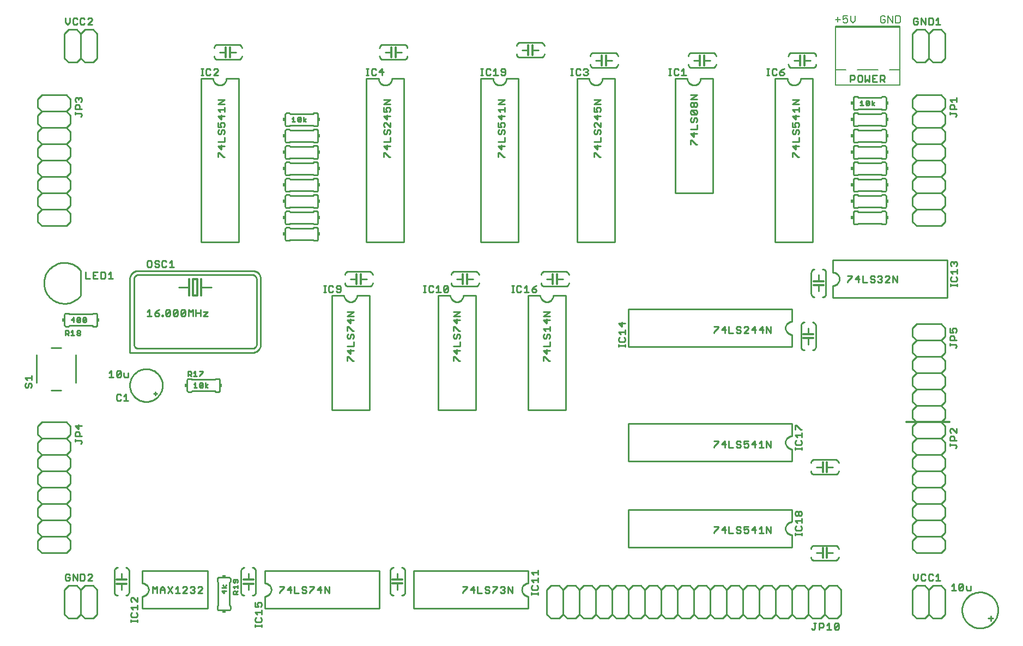
<source format=gto>
G75*
%MOIN*%
%OFA0B0*%
%FSLAX24Y24*%
%IPPOS*%
%LPD*%
%AMOC8*
5,1,8,0,0,1.08239X$1,22.5*
%
%ADD10C,0.0100*%
%ADD11C,0.0120*%
%ADD12R,0.0150X0.0200*%
%ADD13R,0.0200X0.0150*%
%ADD14C,0.0080*%
D10*
X008208Y009110D02*
X008708Y009110D01*
X008958Y009360D01*
X008958Y010860D01*
X009208Y011110D01*
X009708Y011110D01*
X009958Y010860D01*
X009958Y009360D01*
X009708Y009110D01*
X009208Y009110D01*
X008958Y009360D01*
X008208Y009110D02*
X007958Y009360D01*
X007958Y010860D01*
X008208Y011110D01*
X008708Y011110D01*
X008958Y010860D01*
X008929Y011410D02*
X009129Y011410D01*
X009196Y011477D01*
X009196Y011744D01*
X009129Y011810D01*
X008929Y011810D01*
X008929Y011410D01*
X008736Y011410D02*
X008736Y011810D01*
X008469Y011810D02*
X008736Y011410D01*
X008469Y011410D02*
X008469Y011810D01*
X008275Y011744D02*
X008209Y011810D01*
X008075Y011810D01*
X008008Y011744D01*
X008008Y011477D01*
X008075Y011410D01*
X008209Y011410D01*
X008275Y011477D01*
X008275Y011610D01*
X008142Y011610D01*
X009390Y011744D02*
X009456Y011810D01*
X009590Y011810D01*
X009656Y011744D01*
X009656Y011677D01*
X009390Y011410D01*
X009656Y011410D01*
X011008Y012010D02*
X011008Y010710D01*
X011010Y010684D01*
X011015Y010658D01*
X011023Y010633D01*
X011035Y010610D01*
X011049Y010588D01*
X011067Y010569D01*
X011086Y010551D01*
X011108Y010537D01*
X011131Y010525D01*
X011156Y010517D01*
X011182Y010512D01*
X011208Y010510D01*
X011458Y010860D02*
X011458Y011230D01*
X011458Y011480D02*
X011458Y011860D01*
X011208Y012210D02*
X011182Y012208D01*
X011156Y012203D01*
X011131Y012195D01*
X011108Y012183D01*
X011086Y012169D01*
X011067Y012151D01*
X011049Y012132D01*
X011035Y012110D01*
X011023Y012087D01*
X011015Y012062D01*
X011010Y012036D01*
X011008Y012010D01*
X011708Y012210D02*
X011734Y012208D01*
X011760Y012203D01*
X011785Y012195D01*
X011808Y012183D01*
X011830Y012169D01*
X011849Y012151D01*
X011867Y012132D01*
X011881Y012110D01*
X011893Y012087D01*
X011901Y012062D01*
X011906Y012036D01*
X011908Y012010D01*
X011908Y010710D01*
X011906Y010684D01*
X011901Y010658D01*
X011893Y010633D01*
X011881Y010610D01*
X011867Y010588D01*
X011849Y010569D01*
X011830Y010551D01*
X011808Y010537D01*
X011785Y010525D01*
X011760Y010517D01*
X011734Y010512D01*
X011708Y010510D01*
X012033Y010313D02*
X012033Y010179D01*
X012100Y010113D01*
X012033Y010313D02*
X012100Y010380D01*
X012166Y010380D01*
X012433Y010113D01*
X012433Y010380D01*
X012708Y010460D02*
X012708Y009710D01*
X016708Y009710D01*
X016708Y012010D01*
X012708Y012010D01*
X012708Y011260D01*
X012747Y011258D01*
X012786Y011252D01*
X012824Y011243D01*
X012861Y011230D01*
X012897Y011213D01*
X012930Y011193D01*
X012962Y011169D01*
X012991Y011143D01*
X013017Y011114D01*
X013041Y011082D01*
X013061Y011049D01*
X013078Y011013D01*
X013091Y010976D01*
X013100Y010938D01*
X013106Y010899D01*
X013108Y010860D01*
X013106Y010821D01*
X013100Y010782D01*
X013091Y010744D01*
X013078Y010707D01*
X013061Y010671D01*
X013041Y010638D01*
X013017Y010606D01*
X012991Y010577D01*
X012962Y010551D01*
X012930Y010527D01*
X012897Y010507D01*
X012861Y010490D01*
X012824Y010477D01*
X012786Y010468D01*
X012747Y010462D01*
X012708Y010460D01*
X012433Y009919D02*
X012433Y009652D01*
X012433Y009786D02*
X012033Y009786D01*
X012166Y009652D01*
X012100Y009459D02*
X012033Y009392D01*
X012033Y009259D01*
X012100Y009192D01*
X012367Y009192D01*
X012433Y009259D01*
X012433Y009392D01*
X012367Y009459D01*
X012433Y009018D02*
X012433Y008885D01*
X012433Y008952D02*
X012033Y008952D01*
X012033Y009018D02*
X012033Y008885D01*
X013358Y010660D02*
X013358Y011060D01*
X013492Y010927D01*
X013625Y011060D01*
X013625Y010660D01*
X013819Y010660D02*
X013819Y010927D01*
X013952Y011060D01*
X014086Y010927D01*
X014086Y010660D01*
X014279Y010660D02*
X014546Y011060D01*
X014740Y010927D02*
X014873Y011060D01*
X014873Y010660D01*
X014740Y010660D02*
X015006Y010660D01*
X015200Y010660D02*
X015467Y010927D01*
X015467Y010994D01*
X015400Y011060D01*
X015267Y011060D01*
X015200Y010994D01*
X015200Y010660D02*
X015467Y010660D01*
X015660Y010727D02*
X015727Y010660D01*
X015860Y010660D01*
X015927Y010727D01*
X015927Y010793D01*
X015860Y010860D01*
X015794Y010860D01*
X015860Y010860D02*
X015927Y010927D01*
X015927Y010994D01*
X015860Y011060D01*
X015727Y011060D01*
X015660Y010994D01*
X016121Y010994D02*
X016187Y011060D01*
X016321Y011060D01*
X016388Y010994D01*
X016388Y010927D01*
X016121Y010660D01*
X016388Y010660D01*
X017308Y011360D02*
X017308Y011510D01*
X017310Y011527D01*
X017314Y011544D01*
X017321Y011560D01*
X017331Y011574D01*
X017344Y011587D01*
X017358Y011597D01*
X017374Y011604D01*
X017391Y011608D01*
X017408Y011610D01*
X018008Y011610D01*
X018025Y011608D01*
X018042Y011604D01*
X018058Y011597D01*
X018072Y011587D01*
X018085Y011574D01*
X018095Y011560D01*
X018102Y011544D01*
X018106Y011527D01*
X018108Y011510D01*
X018108Y011360D01*
X018058Y011310D01*
X018058Y009910D01*
X018108Y009860D01*
X018108Y009710D01*
X018106Y009693D01*
X018102Y009676D01*
X018095Y009660D01*
X018085Y009646D01*
X018072Y009633D01*
X018058Y009623D01*
X018042Y009616D01*
X018025Y009612D01*
X018008Y009610D01*
X017408Y009610D01*
X017391Y009612D01*
X017374Y009616D01*
X017358Y009623D01*
X017344Y009633D01*
X017331Y009646D01*
X017321Y009660D01*
X017314Y009676D01*
X017310Y009693D01*
X017308Y009710D01*
X017308Y009860D01*
X017358Y009910D01*
X017358Y011310D01*
X017308Y011360D01*
X017665Y011146D02*
X017762Y011001D01*
X017858Y011146D01*
X017858Y011001D02*
X017568Y011001D01*
X017568Y010787D02*
X017713Y010642D01*
X017713Y010835D01*
X017858Y010787D02*
X017568Y010787D01*
X018268Y010728D02*
X018316Y010776D01*
X018413Y010776D01*
X018462Y010728D01*
X018462Y010583D01*
X018558Y010583D02*
X018268Y010583D01*
X018268Y010728D01*
X018462Y010679D02*
X018558Y010776D01*
X018558Y010942D02*
X018558Y011135D01*
X018558Y011039D02*
X018268Y011039D01*
X018365Y010942D01*
X018365Y011301D02*
X018413Y011349D01*
X018413Y011494D01*
X018316Y011494D02*
X018268Y011446D01*
X018268Y011349D01*
X018316Y011301D01*
X018365Y011301D01*
X018510Y011301D02*
X018558Y011349D01*
X018558Y011446D01*
X018510Y011494D01*
X018316Y011494D01*
X018758Y012010D02*
X018758Y010710D01*
X018760Y010684D01*
X018765Y010658D01*
X018773Y010633D01*
X018785Y010610D01*
X018799Y010588D01*
X018817Y010569D01*
X018836Y010551D01*
X018858Y010537D01*
X018881Y010525D01*
X018906Y010517D01*
X018932Y010512D01*
X018958Y010510D01*
X019208Y010860D02*
X019208Y011230D01*
X019208Y011480D02*
X019208Y011860D01*
X018958Y012210D02*
X018932Y012208D01*
X018906Y012203D01*
X018881Y012195D01*
X018858Y012183D01*
X018836Y012169D01*
X018817Y012151D01*
X018799Y012132D01*
X018785Y012110D01*
X018773Y012087D01*
X018765Y012062D01*
X018760Y012036D01*
X018758Y012010D01*
X019458Y012210D02*
X019484Y012208D01*
X019510Y012203D01*
X019535Y012195D01*
X019558Y012183D01*
X019580Y012169D01*
X019599Y012151D01*
X019617Y012132D01*
X019631Y012110D01*
X019643Y012087D01*
X019651Y012062D01*
X019656Y012036D01*
X019658Y012010D01*
X019658Y010710D01*
X019656Y010684D01*
X019651Y010658D01*
X019643Y010633D01*
X019631Y010610D01*
X019617Y010588D01*
X019599Y010569D01*
X019580Y010551D01*
X019558Y010537D01*
X019535Y010525D01*
X019510Y010517D01*
X019484Y010512D01*
X019458Y010510D01*
X019608Y010080D02*
X019608Y009813D01*
X019808Y009813D01*
X019741Y009946D01*
X019741Y010013D01*
X019808Y010080D01*
X019942Y010080D01*
X020008Y010013D01*
X020008Y009879D01*
X019942Y009813D01*
X020008Y009619D02*
X020008Y009352D01*
X020008Y009486D02*
X019608Y009486D01*
X019741Y009352D01*
X019675Y009159D02*
X019608Y009092D01*
X019608Y008959D01*
X019675Y008892D01*
X019942Y008892D01*
X020008Y008959D01*
X020008Y009092D01*
X019942Y009159D01*
X020008Y008718D02*
X020008Y008585D01*
X020008Y008652D02*
X019608Y008652D01*
X019608Y008718D02*
X019608Y008585D01*
X020208Y009710D02*
X020208Y010460D01*
X020247Y010462D01*
X020286Y010468D01*
X020324Y010477D01*
X020361Y010490D01*
X020397Y010507D01*
X020430Y010527D01*
X020462Y010551D01*
X020491Y010577D01*
X020517Y010606D01*
X020541Y010638D01*
X020561Y010671D01*
X020578Y010707D01*
X020591Y010744D01*
X020600Y010782D01*
X020606Y010821D01*
X020608Y010860D01*
X020606Y010899D01*
X020600Y010938D01*
X020591Y010976D01*
X020578Y011013D01*
X020561Y011049D01*
X020541Y011082D01*
X020517Y011114D01*
X020491Y011143D01*
X020462Y011169D01*
X020430Y011193D01*
X020397Y011213D01*
X020361Y011230D01*
X020324Y011243D01*
X020286Y011252D01*
X020247Y011258D01*
X020208Y011260D01*
X020208Y012010D01*
X027208Y012010D01*
X027208Y009710D01*
X020208Y009710D01*
X021108Y010660D02*
X021108Y010727D01*
X021375Y010994D01*
X021375Y011060D01*
X021108Y011060D01*
X021569Y010860D02*
X021836Y010860D01*
X021769Y010660D02*
X021769Y011060D01*
X021569Y010860D01*
X022029Y011060D02*
X022029Y010660D01*
X022296Y010660D01*
X022490Y010727D02*
X022556Y010660D01*
X022690Y010660D01*
X022756Y010727D01*
X022756Y010793D01*
X022690Y010860D01*
X022556Y010860D01*
X022490Y010927D01*
X022490Y010994D01*
X022556Y011060D01*
X022690Y011060D01*
X022756Y010994D01*
X022950Y011060D02*
X023217Y011060D01*
X023217Y010994D01*
X022950Y010727D01*
X022950Y010660D01*
X023410Y010860D02*
X023677Y010860D01*
X023610Y010660D02*
X023610Y011060D01*
X023410Y010860D01*
X023871Y010660D02*
X023871Y011060D01*
X024138Y010660D01*
X024138Y011060D01*
X027883Y010710D02*
X027883Y012010D01*
X027885Y012036D01*
X027890Y012062D01*
X027898Y012087D01*
X027910Y012110D01*
X027924Y012132D01*
X027942Y012151D01*
X027961Y012169D01*
X027983Y012183D01*
X028006Y012195D01*
X028031Y012203D01*
X028057Y012208D01*
X028083Y012210D01*
X028333Y011860D02*
X028333Y011490D01*
X028333Y011240D02*
X028333Y010860D01*
X028083Y010510D02*
X028057Y010512D01*
X028031Y010517D01*
X028006Y010525D01*
X027983Y010537D01*
X027961Y010551D01*
X027942Y010569D01*
X027924Y010588D01*
X027910Y010610D01*
X027898Y010633D01*
X027890Y010658D01*
X027885Y010684D01*
X027883Y010710D01*
X028583Y010510D02*
X028609Y010512D01*
X028635Y010517D01*
X028660Y010525D01*
X028683Y010537D01*
X028705Y010551D01*
X028724Y010569D01*
X028742Y010588D01*
X028756Y010610D01*
X028768Y010633D01*
X028776Y010658D01*
X028781Y010684D01*
X028783Y010710D01*
X028783Y012010D01*
X028781Y012036D01*
X028776Y012062D01*
X028768Y012087D01*
X028756Y012110D01*
X028742Y012132D01*
X028724Y012151D01*
X028705Y012169D01*
X028683Y012183D01*
X028660Y012195D01*
X028635Y012203D01*
X028609Y012208D01*
X028583Y012210D01*
X029333Y012010D02*
X029333Y009710D01*
X036333Y009710D01*
X036333Y010460D01*
X036533Y010547D02*
X036533Y010680D01*
X036533Y010614D02*
X036933Y010614D01*
X036933Y010680D02*
X036933Y010547D01*
X036867Y010854D02*
X036933Y010921D01*
X036933Y011054D01*
X036867Y011121D01*
X036933Y011314D02*
X036933Y011581D01*
X036933Y011448D02*
X036533Y011448D01*
X036666Y011314D01*
X036600Y011121D02*
X036533Y011054D01*
X036533Y010921D01*
X036600Y010854D01*
X036867Y010854D01*
X036333Y010460D02*
X036294Y010462D01*
X036255Y010468D01*
X036217Y010477D01*
X036180Y010490D01*
X036144Y010507D01*
X036111Y010527D01*
X036079Y010551D01*
X036050Y010577D01*
X036024Y010606D01*
X036000Y010638D01*
X035980Y010671D01*
X035963Y010707D01*
X035950Y010744D01*
X035941Y010782D01*
X035935Y010821D01*
X035933Y010860D01*
X035935Y010899D01*
X035941Y010938D01*
X035950Y010976D01*
X035963Y011013D01*
X035980Y011049D01*
X036000Y011082D01*
X036024Y011114D01*
X036050Y011143D01*
X036079Y011169D01*
X036111Y011193D01*
X036144Y011213D01*
X036180Y011230D01*
X036217Y011243D01*
X036255Y011252D01*
X036294Y011258D01*
X036333Y011260D01*
X036333Y012010D01*
X029333Y012010D01*
X032311Y011060D02*
X032577Y011060D01*
X032577Y010994D01*
X032311Y010727D01*
X032311Y010660D01*
X032771Y010860D02*
X033038Y010860D01*
X032971Y010660D02*
X032971Y011060D01*
X032771Y010860D01*
X033231Y010660D02*
X033498Y010660D01*
X033692Y010727D02*
X033758Y010660D01*
X033892Y010660D01*
X033959Y010727D01*
X033959Y010793D01*
X033892Y010860D01*
X033758Y010860D01*
X033692Y010927D01*
X033692Y010994D01*
X033758Y011060D01*
X033892Y011060D01*
X033959Y010994D01*
X034152Y011060D02*
X034419Y011060D01*
X034419Y010994D01*
X034152Y010727D01*
X034152Y010660D01*
X034613Y010727D02*
X034679Y010660D01*
X034813Y010660D01*
X034879Y010727D01*
X034879Y010793D01*
X034813Y010860D01*
X034746Y010860D01*
X034813Y010860D02*
X034879Y010927D01*
X034879Y010994D01*
X034813Y011060D01*
X034679Y011060D01*
X034613Y010994D01*
X035073Y011060D02*
X035340Y010660D01*
X035340Y011060D01*
X035073Y011060D02*
X035073Y010660D01*
X033231Y010660D02*
X033231Y011060D01*
X036533Y011908D02*
X036933Y011908D01*
X036933Y011775D02*
X036933Y012041D01*
X036666Y011775D02*
X036533Y011908D01*
X037458Y010860D02*
X037458Y009360D01*
X037708Y009110D01*
X038208Y009110D01*
X038458Y009360D01*
X038458Y010860D01*
X038708Y011110D01*
X039208Y011110D01*
X039458Y010860D01*
X039458Y009360D01*
X039208Y009110D01*
X038708Y009110D01*
X038458Y009360D01*
X039458Y009360D02*
X039708Y009110D01*
X040208Y009110D01*
X040458Y009360D01*
X040458Y010860D01*
X040708Y011110D01*
X041208Y011110D01*
X041458Y010860D01*
X041458Y009360D01*
X041208Y009110D01*
X040708Y009110D01*
X040458Y009360D01*
X041458Y009360D02*
X041708Y009110D01*
X042208Y009110D01*
X042458Y009360D01*
X042458Y010860D01*
X042708Y011110D01*
X043208Y011110D01*
X043458Y010860D01*
X043458Y009360D01*
X043208Y009110D01*
X042708Y009110D01*
X042458Y009360D01*
X043458Y009360D02*
X043708Y009110D01*
X044208Y009110D01*
X044458Y009360D01*
X044458Y010860D01*
X044708Y011110D01*
X045208Y011110D01*
X045458Y010860D01*
X045458Y009360D01*
X045208Y009110D01*
X044708Y009110D01*
X044458Y009360D01*
X045458Y009360D02*
X045708Y009110D01*
X046208Y009110D01*
X046458Y009360D01*
X046458Y010860D01*
X046708Y011110D01*
X047208Y011110D01*
X047458Y010860D01*
X047458Y009360D01*
X047208Y009110D01*
X046708Y009110D01*
X046458Y009360D01*
X047458Y009360D02*
X047708Y009110D01*
X048208Y009110D01*
X048458Y009360D01*
X048458Y010860D01*
X048708Y011110D01*
X049208Y011110D01*
X049458Y010860D01*
X049458Y009360D01*
X049208Y009110D01*
X048708Y009110D01*
X048458Y009360D01*
X049458Y009360D02*
X049708Y009110D01*
X050208Y009110D01*
X050458Y009360D01*
X050458Y010860D01*
X050208Y011110D01*
X049708Y011110D01*
X049458Y010860D01*
X050458Y010860D02*
X050708Y011110D01*
X051208Y011110D01*
X051458Y010860D01*
X051458Y009360D01*
X051208Y009110D01*
X050708Y009110D01*
X050458Y009360D01*
X051458Y009360D02*
X051708Y009110D01*
X052208Y009110D01*
X052458Y009360D01*
X052458Y010860D01*
X052208Y011110D01*
X051708Y011110D01*
X051458Y010860D01*
X052458Y010860D02*
X052708Y011110D01*
X053208Y011110D01*
X053458Y010860D01*
X053458Y009360D01*
X053208Y009110D01*
X052708Y009110D01*
X052458Y009360D01*
X053458Y009360D02*
X053708Y009110D01*
X054208Y009110D01*
X054458Y009360D01*
X054458Y010860D01*
X054208Y011110D01*
X053708Y011110D01*
X053458Y010860D01*
X054458Y010860D02*
X054708Y011110D01*
X055208Y011110D01*
X055458Y010860D01*
X055458Y009360D01*
X055208Y009110D01*
X054708Y009110D01*
X054458Y009360D01*
X054327Y008810D02*
X054394Y008744D01*
X054394Y008610D01*
X054327Y008543D01*
X054127Y008543D01*
X054127Y008410D02*
X054127Y008810D01*
X054327Y008810D01*
X054588Y008677D02*
X054721Y008810D01*
X054721Y008410D01*
X054588Y008410D02*
X054854Y008410D01*
X055048Y008477D02*
X055315Y008744D01*
X055315Y008477D01*
X055248Y008410D01*
X055115Y008410D01*
X055048Y008477D01*
X055048Y008744D01*
X055115Y008810D01*
X055248Y008810D01*
X055315Y008744D01*
X053934Y008810D02*
X053800Y008810D01*
X053867Y008810D02*
X053867Y008477D01*
X053800Y008410D01*
X053733Y008410D01*
X053667Y008477D01*
X048458Y010860D02*
X048208Y011110D01*
X047708Y011110D01*
X047458Y010860D01*
X046458Y010860D02*
X046208Y011110D01*
X045708Y011110D01*
X045458Y010860D01*
X044458Y010860D02*
X044208Y011110D01*
X043708Y011110D01*
X043458Y010860D01*
X042458Y010860D02*
X042208Y011110D01*
X041708Y011110D01*
X041458Y010860D01*
X040458Y010860D02*
X040208Y011110D01*
X039708Y011110D01*
X039458Y010860D01*
X038458Y010860D02*
X038208Y011110D01*
X037708Y011110D01*
X037458Y010860D01*
X042458Y013460D02*
X042458Y015760D01*
X052458Y015760D01*
X052458Y015010D01*
X052658Y015073D02*
X053058Y015073D01*
X053058Y015206D02*
X053058Y014939D01*
X052992Y014746D02*
X053058Y014679D01*
X053058Y014546D01*
X052992Y014479D01*
X052725Y014479D01*
X052658Y014546D01*
X052658Y014679D01*
X052725Y014746D01*
X052791Y014939D02*
X052658Y015073D01*
X052725Y015400D02*
X052791Y015400D01*
X052858Y015466D01*
X052858Y015600D01*
X052925Y015666D01*
X052992Y015666D01*
X053058Y015600D01*
X053058Y015466D01*
X052992Y015400D01*
X052925Y015400D01*
X052858Y015466D01*
X052858Y015600D02*
X052791Y015666D01*
X052725Y015666D01*
X052658Y015600D01*
X052658Y015466D01*
X052725Y015400D01*
X052458Y015010D02*
X052419Y015008D01*
X052380Y015002D01*
X052342Y014993D01*
X052305Y014980D01*
X052269Y014963D01*
X052236Y014943D01*
X052204Y014919D01*
X052175Y014893D01*
X052149Y014864D01*
X052125Y014832D01*
X052105Y014799D01*
X052088Y014763D01*
X052075Y014726D01*
X052066Y014688D01*
X052060Y014649D01*
X052058Y014610D01*
X052060Y014571D01*
X052066Y014532D01*
X052075Y014494D01*
X052088Y014457D01*
X052105Y014421D01*
X052125Y014388D01*
X052149Y014356D01*
X052175Y014327D01*
X052204Y014301D01*
X052236Y014277D01*
X052269Y014257D01*
X052305Y014240D01*
X052342Y014227D01*
X052380Y014218D01*
X052419Y014212D01*
X052458Y014210D01*
X052458Y013460D01*
X042458Y013460D01*
X047675Y014310D02*
X047675Y014377D01*
X047942Y014644D01*
X047942Y014710D01*
X047675Y014710D01*
X048136Y014510D02*
X048402Y014510D01*
X048336Y014310D02*
X048336Y014710D01*
X048136Y014510D01*
X048596Y014310D02*
X048863Y014310D01*
X049056Y014377D02*
X049123Y014310D01*
X049257Y014310D01*
X049323Y014377D01*
X049323Y014443D01*
X049257Y014510D01*
X049123Y014510D01*
X049056Y014577D01*
X049056Y014644D01*
X049123Y014710D01*
X049257Y014710D01*
X049323Y014644D01*
X049517Y014710D02*
X049517Y014510D01*
X049650Y014577D01*
X049717Y014577D01*
X049784Y014510D01*
X049784Y014377D01*
X049717Y014310D01*
X049583Y014310D01*
X049517Y014377D01*
X049517Y014710D02*
X049784Y014710D01*
X049977Y014510D02*
X050244Y014510D01*
X050438Y014577D02*
X050571Y014710D01*
X050571Y014310D01*
X050438Y014310D02*
X050704Y014310D01*
X050898Y014310D02*
X050898Y014710D01*
X051165Y014310D01*
X051165Y014710D01*
X050177Y014710D02*
X050177Y014310D01*
X049977Y014510D02*
X050177Y014710D01*
X048596Y014710D02*
X048596Y014310D01*
X052658Y014305D02*
X052658Y014172D01*
X052658Y014239D02*
X053058Y014239D01*
X053058Y014305D02*
X053058Y014172D01*
X053808Y013560D02*
X055108Y013560D01*
X055134Y013558D01*
X055160Y013553D01*
X055185Y013545D01*
X055208Y013533D01*
X055230Y013519D01*
X055249Y013501D01*
X055267Y013482D01*
X055281Y013460D01*
X055293Y013437D01*
X055301Y013412D01*
X055306Y013386D01*
X055308Y013360D01*
X054958Y013110D02*
X054588Y013110D01*
X054338Y013110D02*
X053958Y013110D01*
X053608Y013360D02*
X053610Y013386D01*
X053615Y013412D01*
X053623Y013437D01*
X053635Y013460D01*
X053649Y013482D01*
X053667Y013501D01*
X053686Y013519D01*
X053708Y013533D01*
X053731Y013545D01*
X053756Y013553D01*
X053782Y013558D01*
X053808Y013560D01*
X053608Y012860D02*
X053610Y012834D01*
X053615Y012808D01*
X053623Y012783D01*
X053635Y012760D01*
X053649Y012738D01*
X053667Y012719D01*
X053686Y012701D01*
X053708Y012687D01*
X053731Y012675D01*
X053756Y012667D01*
X053782Y012662D01*
X053808Y012660D01*
X055108Y012660D01*
X055134Y012662D01*
X055160Y012667D01*
X055185Y012675D01*
X055208Y012687D01*
X055230Y012701D01*
X055249Y012719D01*
X055267Y012738D01*
X055281Y012760D01*
X055293Y012783D01*
X055301Y012808D01*
X055306Y012834D01*
X055308Y012860D01*
X059833Y013360D02*
X059833Y013860D01*
X060083Y014110D01*
X061583Y014110D01*
X061833Y013860D01*
X061833Y013360D01*
X061583Y013110D01*
X060083Y013110D01*
X059833Y013360D01*
X060083Y014110D02*
X059833Y014360D01*
X059833Y014860D01*
X060083Y015110D01*
X061583Y015110D01*
X061833Y014860D01*
X061833Y014360D01*
X061583Y014110D01*
X061583Y015110D02*
X061833Y015360D01*
X061833Y015860D01*
X061583Y016110D01*
X060083Y016110D01*
X059833Y015860D01*
X059833Y015360D01*
X060083Y015110D01*
X060083Y016110D02*
X059833Y016360D01*
X059833Y016860D01*
X060083Y017110D01*
X061583Y017110D01*
X061833Y016860D01*
X061833Y016360D01*
X061583Y016110D01*
X061583Y017110D02*
X061833Y017360D01*
X061833Y017860D01*
X061583Y018110D01*
X060083Y018110D01*
X059833Y017860D01*
X059833Y017360D01*
X060083Y017110D01*
X060083Y018110D02*
X059833Y018360D01*
X059833Y018860D01*
X060083Y019110D01*
X061583Y019110D01*
X061833Y018860D01*
X061833Y018360D01*
X061583Y018110D01*
X061583Y019110D02*
X061833Y019360D01*
X061833Y019860D01*
X061583Y020110D01*
X060083Y020110D01*
X059833Y019860D01*
X059833Y019360D01*
X060083Y019110D01*
X060083Y020110D02*
X059833Y020360D01*
X059833Y020860D01*
X060083Y021110D01*
X059833Y021360D01*
X059833Y021860D01*
X060083Y022110D01*
X061583Y022110D01*
X061833Y021860D01*
X061833Y021360D01*
X061583Y021110D01*
X061833Y020860D01*
X061833Y020360D01*
X061583Y020110D01*
X062133Y020189D02*
X062200Y020256D01*
X062333Y020256D01*
X062400Y020189D01*
X062400Y019989D01*
X062533Y019989D02*
X062133Y019989D01*
X062133Y020189D01*
X062200Y020450D02*
X062133Y020516D01*
X062133Y020650D01*
X062200Y020716D01*
X062266Y020716D01*
X062533Y020450D01*
X062533Y020716D01*
X061583Y021110D02*
X060083Y021110D01*
X060083Y022110D02*
X059833Y022360D01*
X059833Y022860D01*
X060083Y023110D01*
X061583Y023110D01*
X061833Y022860D01*
X061833Y022360D01*
X061583Y022110D01*
X061583Y023110D02*
X061833Y023360D01*
X061833Y023860D01*
X061583Y024110D01*
X060083Y024110D01*
X059833Y023860D01*
X059833Y023360D01*
X060083Y023110D01*
X060083Y024110D02*
X059833Y024360D01*
X059833Y024860D01*
X060083Y025110D01*
X061583Y025110D01*
X061833Y024860D01*
X061833Y024360D01*
X061583Y024110D01*
X061583Y025110D02*
X061833Y025360D01*
X061833Y025860D01*
X061583Y026110D01*
X061833Y026360D01*
X061833Y026860D01*
X061583Y027110D01*
X060083Y027110D01*
X059833Y026860D01*
X059833Y026360D01*
X060083Y026110D01*
X061583Y026110D01*
X062133Y026114D02*
X062133Y026314D01*
X062200Y026381D01*
X062333Y026381D01*
X062400Y026314D01*
X062400Y026114D01*
X062533Y026114D02*
X062133Y026114D01*
X062133Y025921D02*
X062133Y025787D01*
X062133Y025854D02*
X062467Y025854D01*
X062533Y025787D01*
X062533Y025721D01*
X062467Y025654D01*
X062467Y026575D02*
X062533Y026641D01*
X062533Y026775D01*
X062467Y026841D01*
X062333Y026841D01*
X062266Y026775D01*
X062266Y026708D01*
X062333Y026575D01*
X062133Y026575D01*
X062133Y026841D01*
X061958Y028710D02*
X061958Y031010D01*
X054958Y031010D01*
X054958Y030260D01*
X054997Y030258D01*
X055036Y030252D01*
X055074Y030243D01*
X055111Y030230D01*
X055147Y030213D01*
X055180Y030193D01*
X055212Y030169D01*
X055241Y030143D01*
X055267Y030114D01*
X055291Y030082D01*
X055311Y030049D01*
X055328Y030013D01*
X055341Y029976D01*
X055350Y029938D01*
X055356Y029899D01*
X055358Y029860D01*
X055356Y029821D01*
X055350Y029782D01*
X055341Y029744D01*
X055328Y029707D01*
X055311Y029671D01*
X055291Y029638D01*
X055267Y029606D01*
X055241Y029577D01*
X055212Y029551D01*
X055180Y029527D01*
X055147Y029507D01*
X055111Y029490D01*
X055074Y029477D01*
X055036Y029468D01*
X054997Y029462D01*
X054958Y029460D01*
X054958Y028710D01*
X061958Y028710D01*
X062158Y029422D02*
X062158Y029555D01*
X062158Y029489D02*
X062558Y029489D01*
X062558Y029555D02*
X062558Y029422D01*
X062492Y029729D02*
X062558Y029796D01*
X062558Y029929D01*
X062492Y029996D01*
X062558Y030189D02*
X062558Y030456D01*
X062558Y030323D02*
X062158Y030323D01*
X062291Y030189D01*
X062225Y029996D02*
X062158Y029929D01*
X062158Y029796D01*
X062225Y029729D01*
X062492Y029729D01*
X062492Y030650D02*
X062558Y030716D01*
X062558Y030850D01*
X062492Y030916D01*
X062425Y030916D01*
X062358Y030850D01*
X062358Y030783D01*
X062358Y030850D02*
X062291Y030916D01*
X062225Y030916D01*
X062158Y030850D01*
X062158Y030716D01*
X062225Y030650D01*
X058888Y030060D02*
X058888Y029660D01*
X058621Y030060D01*
X058621Y029660D01*
X058427Y029660D02*
X058160Y029660D01*
X058427Y029927D01*
X058427Y029994D01*
X058360Y030060D01*
X058227Y030060D01*
X058160Y029994D01*
X057967Y029994D02*
X057967Y029927D01*
X057900Y029860D01*
X057967Y029793D01*
X057967Y029727D01*
X057900Y029660D01*
X057767Y029660D01*
X057700Y029727D01*
X057833Y029860D02*
X057900Y029860D01*
X057967Y029994D02*
X057900Y030060D01*
X057767Y030060D01*
X057700Y029994D01*
X057506Y029994D02*
X057440Y030060D01*
X057306Y030060D01*
X057240Y029994D01*
X057240Y029927D01*
X057306Y029860D01*
X057440Y029860D01*
X057506Y029793D01*
X057506Y029727D01*
X057440Y029660D01*
X057306Y029660D01*
X057240Y029727D01*
X057046Y029660D02*
X056779Y029660D01*
X056779Y030060D01*
X056519Y030060D02*
X056519Y029660D01*
X056586Y029860D02*
X056319Y029860D01*
X056519Y030060D01*
X056125Y030060D02*
X056125Y029994D01*
X055858Y029727D01*
X055858Y029660D01*
X055858Y030060D02*
X056125Y030060D01*
X054533Y030260D02*
X054533Y028960D01*
X054531Y028934D01*
X054526Y028908D01*
X054518Y028883D01*
X054506Y028860D01*
X054492Y028838D01*
X054474Y028819D01*
X054455Y028801D01*
X054433Y028787D01*
X054410Y028775D01*
X054385Y028767D01*
X054359Y028762D01*
X054333Y028760D01*
X054083Y029110D02*
X054083Y029480D01*
X054083Y029730D02*
X054083Y030110D01*
X053833Y030460D02*
X053807Y030458D01*
X053781Y030453D01*
X053756Y030445D01*
X053733Y030433D01*
X053711Y030419D01*
X053692Y030401D01*
X053674Y030382D01*
X053660Y030360D01*
X053648Y030337D01*
X053640Y030312D01*
X053635Y030286D01*
X053633Y030260D01*
X053633Y028960D01*
X053635Y028934D01*
X053640Y028908D01*
X053648Y028883D01*
X053660Y028860D01*
X053674Y028838D01*
X053692Y028819D01*
X053711Y028801D01*
X053733Y028787D01*
X053756Y028775D01*
X053781Y028767D01*
X053807Y028762D01*
X053833Y028760D01*
X052458Y028010D02*
X052458Y027260D01*
X052419Y027258D01*
X052380Y027252D01*
X052342Y027243D01*
X052305Y027230D01*
X052269Y027213D01*
X052236Y027193D01*
X052204Y027169D01*
X052175Y027143D01*
X052149Y027114D01*
X052125Y027082D01*
X052105Y027049D01*
X052088Y027013D01*
X052075Y026976D01*
X052066Y026938D01*
X052060Y026899D01*
X052058Y026860D01*
X052060Y026821D01*
X052066Y026782D01*
X052075Y026744D01*
X052088Y026707D01*
X052105Y026671D01*
X052125Y026638D01*
X052149Y026606D01*
X052175Y026577D01*
X052204Y026551D01*
X052236Y026527D01*
X052269Y026507D01*
X052305Y026490D01*
X052342Y026477D01*
X052380Y026468D01*
X052419Y026462D01*
X052458Y026460D01*
X052458Y025710D01*
X042458Y025710D01*
X042458Y028010D01*
X052458Y028010D01*
X053008Y027010D02*
X053008Y025710D01*
X053010Y025684D01*
X053015Y025658D01*
X053023Y025633D01*
X053035Y025610D01*
X053049Y025588D01*
X053067Y025569D01*
X053086Y025551D01*
X053108Y025537D01*
X053131Y025525D01*
X053156Y025517D01*
X053182Y025512D01*
X053208Y025510D01*
X053458Y025860D02*
X053458Y026240D01*
X053458Y026490D02*
X053458Y026860D01*
X053208Y027210D02*
X053182Y027208D01*
X053156Y027203D01*
X053131Y027195D01*
X053108Y027183D01*
X053086Y027169D01*
X053067Y027151D01*
X053049Y027132D01*
X053035Y027110D01*
X053023Y027087D01*
X053015Y027062D01*
X053010Y027036D01*
X053008Y027010D01*
X053708Y027210D02*
X053734Y027208D01*
X053760Y027203D01*
X053785Y027195D01*
X053808Y027183D01*
X053830Y027169D01*
X053849Y027151D01*
X053867Y027132D01*
X053881Y027110D01*
X053893Y027087D01*
X053901Y027062D01*
X053906Y027036D01*
X053908Y027010D01*
X053908Y025710D01*
X053906Y025684D01*
X053901Y025658D01*
X053893Y025633D01*
X053881Y025610D01*
X053867Y025588D01*
X053849Y025569D01*
X053830Y025551D01*
X053808Y025537D01*
X053785Y025525D01*
X053760Y025517D01*
X053734Y025512D01*
X053708Y025510D01*
X051165Y026560D02*
X051165Y026960D01*
X050898Y026960D02*
X051165Y026560D01*
X050898Y026560D02*
X050898Y026960D01*
X050638Y026960D02*
X050638Y026560D01*
X050704Y026760D02*
X050438Y026760D01*
X050638Y026960D01*
X050244Y026760D02*
X049977Y026760D01*
X050177Y026960D01*
X050177Y026560D01*
X049784Y026560D02*
X049517Y026560D01*
X049784Y026827D01*
X049784Y026894D01*
X049717Y026960D01*
X049583Y026960D01*
X049517Y026894D01*
X049323Y026894D02*
X049257Y026960D01*
X049123Y026960D01*
X049056Y026894D01*
X049056Y026827D01*
X049123Y026760D01*
X049257Y026760D01*
X049323Y026693D01*
X049323Y026627D01*
X049257Y026560D01*
X049123Y026560D01*
X049056Y026627D01*
X048863Y026560D02*
X048596Y026560D01*
X048596Y026960D01*
X048336Y026960D02*
X048136Y026760D01*
X048402Y026760D01*
X048336Y026560D02*
X048336Y026960D01*
X047942Y026960D02*
X047942Y026894D01*
X047675Y026627D01*
X047675Y026560D01*
X047675Y026960D02*
X047942Y026960D01*
X042258Y027138D02*
X041858Y027138D01*
X042058Y026938D01*
X042058Y027205D01*
X042258Y026744D02*
X042258Y026477D01*
X042258Y026611D02*
X041858Y026611D01*
X041991Y026477D01*
X041925Y026284D02*
X041858Y026217D01*
X041858Y026084D01*
X041925Y026017D01*
X042192Y026017D01*
X042258Y026084D01*
X042258Y026217D01*
X042192Y026284D01*
X042258Y025843D02*
X042258Y025710D01*
X042258Y025777D02*
X041858Y025777D01*
X041858Y025843D02*
X041858Y025710D01*
X037658Y025758D02*
X037658Y026025D01*
X037592Y026218D02*
X037658Y026285D01*
X037658Y026419D01*
X037592Y026485D01*
X037525Y026485D01*
X037458Y026419D01*
X037458Y026285D01*
X037391Y026218D01*
X037325Y026218D01*
X037258Y026285D01*
X037258Y026419D01*
X037325Y026485D01*
X037391Y026679D02*
X037258Y026812D01*
X037658Y026812D01*
X037658Y026679D02*
X037658Y026946D01*
X037458Y027139D02*
X037458Y027406D01*
X037258Y027339D02*
X037458Y027139D01*
X037658Y027339D02*
X037258Y027339D01*
X037258Y027600D02*
X037658Y027866D01*
X037258Y027866D01*
X037258Y027600D02*
X037658Y027600D01*
X037858Y028860D02*
X037856Y028821D01*
X037850Y028782D01*
X037841Y028744D01*
X037828Y028707D01*
X037811Y028671D01*
X037791Y028638D01*
X037767Y028606D01*
X037741Y028577D01*
X037712Y028551D01*
X037680Y028527D01*
X037647Y028507D01*
X037611Y028490D01*
X037574Y028477D01*
X037536Y028468D01*
X037497Y028462D01*
X037458Y028460D01*
X037419Y028462D01*
X037380Y028468D01*
X037342Y028477D01*
X037305Y028490D01*
X037269Y028507D01*
X037236Y028527D01*
X037204Y028551D01*
X037175Y028577D01*
X037149Y028606D01*
X037125Y028638D01*
X037105Y028671D01*
X037088Y028707D01*
X037075Y028744D01*
X037066Y028782D01*
X037060Y028821D01*
X037058Y028860D01*
X036308Y028860D01*
X036308Y021860D01*
X038608Y021860D01*
X038608Y028860D01*
X037858Y028860D01*
X037308Y029410D02*
X038608Y029410D01*
X038634Y029412D01*
X038660Y029417D01*
X038685Y029425D01*
X038708Y029437D01*
X038730Y029451D01*
X038749Y029469D01*
X038767Y029488D01*
X038781Y029510D01*
X038793Y029533D01*
X038801Y029558D01*
X038806Y029584D01*
X038808Y029610D01*
X038458Y029860D02*
X038078Y029860D01*
X037828Y029860D02*
X037458Y029860D01*
X037108Y030110D02*
X037110Y030136D01*
X037115Y030162D01*
X037123Y030187D01*
X037135Y030210D01*
X037149Y030232D01*
X037167Y030251D01*
X037186Y030269D01*
X037208Y030283D01*
X037231Y030295D01*
X037256Y030303D01*
X037282Y030308D01*
X037308Y030310D01*
X038608Y030310D01*
X038634Y030308D01*
X038660Y030303D01*
X038685Y030295D01*
X038708Y030283D01*
X038730Y030269D01*
X038749Y030251D01*
X038767Y030232D01*
X038781Y030210D01*
X038793Y030187D01*
X038801Y030162D01*
X038806Y030136D01*
X038808Y030110D01*
X037308Y029410D02*
X037282Y029412D01*
X037256Y029417D01*
X037231Y029425D01*
X037208Y029437D01*
X037186Y029451D01*
X037167Y029469D01*
X037149Y029488D01*
X037135Y029510D01*
X037123Y029533D01*
X037115Y029558D01*
X037110Y029584D01*
X037108Y029610D01*
X036803Y029460D02*
X036669Y029394D01*
X036536Y029260D01*
X036736Y029260D01*
X036803Y029193D01*
X036803Y029127D01*
X036736Y029060D01*
X036603Y029060D01*
X036536Y029127D01*
X036536Y029260D01*
X036343Y029060D02*
X036076Y029060D01*
X036209Y029060D02*
X036209Y029460D01*
X036076Y029327D01*
X035882Y029394D02*
X035815Y029460D01*
X035682Y029460D01*
X035615Y029394D01*
X035615Y029127D01*
X035682Y029060D01*
X035815Y029060D01*
X035882Y029127D01*
X035442Y029060D02*
X035308Y029060D01*
X035375Y029060D02*
X035375Y029460D01*
X035308Y029460D02*
X035442Y029460D01*
X033108Y029410D02*
X031808Y029410D01*
X031782Y029412D01*
X031756Y029417D01*
X031731Y029425D01*
X031708Y029437D01*
X031686Y029451D01*
X031667Y029469D01*
X031649Y029488D01*
X031635Y029510D01*
X031623Y029533D01*
X031615Y029558D01*
X031610Y029584D01*
X031608Y029610D01*
X031428Y029394D02*
X031161Y029127D01*
X031228Y029060D01*
X031361Y029060D01*
X031428Y029127D01*
X031428Y029394D01*
X031361Y029460D01*
X031228Y029460D01*
X031161Y029394D01*
X031161Y029127D01*
X030968Y029060D02*
X030701Y029060D01*
X030834Y029060D02*
X030834Y029460D01*
X030701Y029327D01*
X030507Y029394D02*
X030440Y029460D01*
X030307Y029460D01*
X030240Y029394D01*
X030240Y029127D01*
X030307Y029060D01*
X030440Y029060D01*
X030507Y029127D01*
X030808Y028860D02*
X031558Y028860D01*
X031560Y028821D01*
X031566Y028782D01*
X031575Y028744D01*
X031588Y028707D01*
X031605Y028671D01*
X031625Y028638D01*
X031649Y028606D01*
X031675Y028577D01*
X031704Y028551D01*
X031736Y028527D01*
X031769Y028507D01*
X031805Y028490D01*
X031842Y028477D01*
X031880Y028468D01*
X031919Y028462D01*
X031958Y028460D01*
X031997Y028462D01*
X032036Y028468D01*
X032074Y028477D01*
X032111Y028490D01*
X032147Y028507D01*
X032180Y028527D01*
X032212Y028551D01*
X032241Y028577D01*
X032267Y028606D01*
X032291Y028638D01*
X032311Y028671D01*
X032328Y028707D01*
X032341Y028744D01*
X032350Y028782D01*
X032356Y028821D01*
X032358Y028860D01*
X033108Y028860D01*
X033108Y021860D01*
X030808Y021860D01*
X030808Y028860D01*
X030067Y029060D02*
X029933Y029060D01*
X030000Y029060D02*
X030000Y029460D01*
X029933Y029460D02*
X030067Y029460D01*
X031608Y030110D02*
X031610Y030136D01*
X031615Y030162D01*
X031623Y030187D01*
X031635Y030210D01*
X031649Y030232D01*
X031667Y030251D01*
X031686Y030269D01*
X031708Y030283D01*
X031731Y030295D01*
X031756Y030303D01*
X031782Y030308D01*
X031808Y030310D01*
X033108Y030310D01*
X033134Y030308D01*
X033160Y030303D01*
X033185Y030295D01*
X033208Y030283D01*
X033230Y030269D01*
X033249Y030251D01*
X033267Y030232D01*
X033281Y030210D01*
X033293Y030187D01*
X033301Y030162D01*
X033306Y030136D01*
X033308Y030110D01*
X032958Y029860D02*
X032578Y029860D01*
X032328Y029860D02*
X031958Y029860D01*
X033108Y029410D02*
X033134Y029412D01*
X033160Y029417D01*
X033185Y029425D01*
X033208Y029437D01*
X033230Y029451D01*
X033249Y029469D01*
X033267Y029488D01*
X033281Y029510D01*
X033293Y029533D01*
X033301Y029558D01*
X033306Y029584D01*
X033308Y029610D01*
X032158Y027866D02*
X031758Y027866D01*
X031758Y027600D02*
X032158Y027866D01*
X032158Y027600D02*
X031758Y027600D01*
X031758Y027339D02*
X031958Y027139D01*
X031958Y027406D01*
X032158Y027339D02*
X031758Y027339D01*
X031758Y026946D02*
X031825Y026946D01*
X032092Y026679D01*
X032158Y026679D01*
X032092Y026485D02*
X032158Y026419D01*
X032158Y026285D01*
X032092Y026218D01*
X031958Y026285D02*
X031958Y026419D01*
X032025Y026485D01*
X032092Y026485D01*
X031958Y026285D02*
X031891Y026218D01*
X031825Y026218D01*
X031758Y026285D01*
X031758Y026419D01*
X031825Y026485D01*
X031758Y026679D02*
X031758Y026946D01*
X032158Y026025D02*
X032158Y025758D01*
X031758Y025758D01*
X031758Y025498D02*
X031958Y025298D01*
X031958Y025565D01*
X032158Y025498D02*
X031758Y025498D01*
X031758Y025104D02*
X031825Y025104D01*
X032092Y024837D01*
X032158Y024837D01*
X031758Y024837D02*
X031758Y025104D01*
X026608Y021860D02*
X026608Y028860D01*
X025858Y028860D01*
X025856Y028821D01*
X025850Y028782D01*
X025841Y028744D01*
X025828Y028707D01*
X025811Y028671D01*
X025791Y028638D01*
X025767Y028606D01*
X025741Y028577D01*
X025712Y028551D01*
X025680Y028527D01*
X025647Y028507D01*
X025611Y028490D01*
X025574Y028477D01*
X025536Y028468D01*
X025497Y028462D01*
X025458Y028460D01*
X025419Y028462D01*
X025380Y028468D01*
X025342Y028477D01*
X025305Y028490D01*
X025269Y028507D01*
X025236Y028527D01*
X025204Y028551D01*
X025175Y028577D01*
X025149Y028606D01*
X025125Y028638D01*
X025105Y028671D01*
X025088Y028707D01*
X025075Y028744D01*
X025066Y028782D01*
X025060Y028821D01*
X025058Y028860D01*
X024308Y028860D01*
X024308Y021860D01*
X026608Y021860D01*
X025658Y024837D02*
X025592Y024837D01*
X025325Y025104D01*
X025258Y025104D01*
X025258Y024837D01*
X025458Y025298D02*
X025458Y025565D01*
X025258Y025498D02*
X025458Y025298D01*
X025658Y025498D02*
X025258Y025498D01*
X025258Y025758D02*
X025658Y025758D01*
X025658Y026025D01*
X025592Y026218D02*
X025658Y026285D01*
X025658Y026419D01*
X025592Y026485D01*
X025525Y026485D01*
X025458Y026419D01*
X025458Y026285D01*
X025391Y026218D01*
X025325Y026218D01*
X025258Y026285D01*
X025258Y026419D01*
X025325Y026485D01*
X025258Y026679D02*
X025258Y026946D01*
X025325Y026946D01*
X025592Y026679D01*
X025658Y026679D01*
X025458Y027139D02*
X025458Y027406D01*
X025258Y027339D02*
X025458Y027139D01*
X025658Y027339D02*
X025258Y027339D01*
X025258Y027600D02*
X025658Y027866D01*
X025258Y027866D01*
X025258Y027600D02*
X025658Y027600D01*
X024776Y029060D02*
X024843Y029127D01*
X024843Y029394D01*
X024776Y029460D01*
X024642Y029460D01*
X024576Y029394D01*
X024576Y029327D01*
X024642Y029260D01*
X024843Y029260D01*
X024776Y029060D02*
X024642Y029060D01*
X024576Y029127D01*
X024382Y029127D02*
X024315Y029060D01*
X024182Y029060D01*
X024115Y029127D01*
X024115Y029394D01*
X024182Y029460D01*
X024315Y029460D01*
X024382Y029394D01*
X023942Y029460D02*
X023808Y029460D01*
X023875Y029460D02*
X023875Y029060D01*
X023808Y029060D02*
X023942Y029060D01*
X025308Y029410D02*
X026608Y029410D01*
X026634Y029412D01*
X026660Y029417D01*
X026685Y029425D01*
X026708Y029437D01*
X026730Y029451D01*
X026749Y029469D01*
X026767Y029488D01*
X026781Y029510D01*
X026793Y029533D01*
X026801Y029558D01*
X026806Y029584D01*
X026808Y029610D01*
X026458Y029860D02*
X026078Y029860D01*
X025828Y029860D02*
X025458Y029860D01*
X025108Y030110D02*
X025110Y030136D01*
X025115Y030162D01*
X025123Y030187D01*
X025135Y030210D01*
X025149Y030232D01*
X025167Y030251D01*
X025186Y030269D01*
X025208Y030283D01*
X025231Y030295D01*
X025256Y030303D01*
X025282Y030308D01*
X025308Y030310D01*
X026608Y030310D01*
X026634Y030308D01*
X026660Y030303D01*
X026685Y030295D01*
X026708Y030283D01*
X026730Y030269D01*
X026749Y030251D01*
X026767Y030232D01*
X026781Y030210D01*
X026793Y030187D01*
X026801Y030162D01*
X026806Y030136D01*
X026808Y030110D01*
X025308Y029410D02*
X025282Y029412D01*
X025256Y029417D01*
X025231Y029425D01*
X025208Y029437D01*
X025186Y029451D01*
X025167Y029469D01*
X025149Y029488D01*
X025135Y029510D01*
X025123Y029533D01*
X025115Y029558D01*
X025110Y029584D01*
X025108Y029610D01*
X026433Y032110D02*
X028733Y032110D01*
X028733Y042110D01*
X027983Y042110D01*
X027981Y042071D01*
X027975Y042032D01*
X027966Y041994D01*
X027953Y041957D01*
X027936Y041921D01*
X027916Y041888D01*
X027892Y041856D01*
X027866Y041827D01*
X027837Y041801D01*
X027805Y041777D01*
X027772Y041757D01*
X027736Y041740D01*
X027699Y041727D01*
X027661Y041718D01*
X027622Y041712D01*
X027583Y041710D01*
X027544Y041712D01*
X027505Y041718D01*
X027467Y041727D01*
X027430Y041740D01*
X027394Y041757D01*
X027361Y041777D01*
X027329Y041801D01*
X027300Y041827D01*
X027274Y041856D01*
X027250Y041888D01*
X027230Y041921D01*
X027213Y041957D01*
X027200Y041994D01*
X027191Y042032D01*
X027185Y042071D01*
X027183Y042110D01*
X026433Y042110D01*
X026433Y032110D01*
X023458Y032310D02*
X023458Y032910D01*
X023456Y032927D01*
X023452Y032944D01*
X023445Y032960D01*
X023435Y032974D01*
X023422Y032987D01*
X023408Y032997D01*
X023392Y033004D01*
X023375Y033008D01*
X023358Y033010D01*
X023208Y033010D01*
X023158Y032960D01*
X021758Y032960D01*
X021708Y033010D01*
X021558Y033010D01*
X021541Y033008D01*
X021524Y033004D01*
X021508Y032997D01*
X021494Y032987D01*
X021481Y032974D01*
X021471Y032960D01*
X021464Y032944D01*
X021460Y032927D01*
X021458Y032910D01*
X021458Y032310D01*
X021460Y032293D01*
X021464Y032276D01*
X021471Y032260D01*
X021481Y032246D01*
X021494Y032233D01*
X021508Y032223D01*
X021524Y032216D01*
X021541Y032212D01*
X021558Y032210D01*
X021708Y032210D01*
X021758Y032260D01*
X023158Y032260D01*
X023208Y032210D01*
X023358Y032210D01*
X023375Y032212D01*
X023392Y032216D01*
X023408Y032223D01*
X023422Y032233D01*
X023435Y032246D01*
X023445Y032260D01*
X023452Y032276D01*
X023456Y032293D01*
X023458Y032310D01*
X023358Y033210D02*
X023208Y033210D01*
X023158Y033260D01*
X021758Y033260D01*
X021708Y033210D01*
X021558Y033210D01*
X021541Y033212D01*
X021524Y033216D01*
X021508Y033223D01*
X021494Y033233D01*
X021481Y033246D01*
X021471Y033260D01*
X021464Y033276D01*
X021460Y033293D01*
X021458Y033310D01*
X021458Y033910D01*
X021460Y033927D01*
X021464Y033944D01*
X021471Y033960D01*
X021481Y033974D01*
X021494Y033987D01*
X021508Y033997D01*
X021524Y034004D01*
X021541Y034008D01*
X021558Y034010D01*
X021708Y034010D01*
X021758Y033960D01*
X023158Y033960D01*
X023208Y034010D01*
X023358Y034010D01*
X023375Y034008D01*
X023392Y034004D01*
X023408Y033997D01*
X023422Y033987D01*
X023435Y033974D01*
X023445Y033960D01*
X023452Y033944D01*
X023456Y033927D01*
X023458Y033910D01*
X023458Y033310D01*
X023456Y033293D01*
X023452Y033276D01*
X023445Y033260D01*
X023435Y033246D01*
X023422Y033233D01*
X023408Y033223D01*
X023392Y033216D01*
X023375Y033212D01*
X023358Y033210D01*
X023358Y034210D02*
X023208Y034210D01*
X023158Y034260D01*
X021758Y034260D01*
X021708Y034210D01*
X021558Y034210D01*
X021541Y034212D01*
X021524Y034216D01*
X021508Y034223D01*
X021494Y034233D01*
X021481Y034246D01*
X021471Y034260D01*
X021464Y034276D01*
X021460Y034293D01*
X021458Y034310D01*
X021458Y034910D01*
X021460Y034927D01*
X021464Y034944D01*
X021471Y034960D01*
X021481Y034974D01*
X021494Y034987D01*
X021508Y034997D01*
X021524Y035004D01*
X021541Y035008D01*
X021558Y035010D01*
X021708Y035010D01*
X021758Y034960D01*
X023158Y034960D01*
X023208Y035010D01*
X023358Y035010D01*
X023375Y035008D01*
X023392Y035004D01*
X023408Y034997D01*
X023422Y034987D01*
X023435Y034974D01*
X023445Y034960D01*
X023452Y034944D01*
X023456Y034927D01*
X023458Y034910D01*
X023458Y034310D01*
X023456Y034293D01*
X023452Y034276D01*
X023445Y034260D01*
X023435Y034246D01*
X023422Y034233D01*
X023408Y034223D01*
X023392Y034216D01*
X023375Y034212D01*
X023358Y034210D01*
X023358Y035210D02*
X023208Y035210D01*
X023158Y035260D01*
X021758Y035260D01*
X021708Y035210D01*
X021558Y035210D01*
X021541Y035212D01*
X021524Y035216D01*
X021508Y035223D01*
X021494Y035233D01*
X021481Y035246D01*
X021471Y035260D01*
X021464Y035276D01*
X021460Y035293D01*
X021458Y035310D01*
X021458Y035910D01*
X021460Y035927D01*
X021464Y035944D01*
X021471Y035960D01*
X021481Y035974D01*
X021494Y035987D01*
X021508Y035997D01*
X021524Y036004D01*
X021541Y036008D01*
X021558Y036010D01*
X021708Y036010D01*
X021758Y035960D01*
X023158Y035960D01*
X023208Y036010D01*
X023358Y036010D01*
X023375Y036008D01*
X023392Y036004D01*
X023408Y035997D01*
X023422Y035987D01*
X023435Y035974D01*
X023445Y035960D01*
X023452Y035944D01*
X023456Y035927D01*
X023458Y035910D01*
X023458Y035310D01*
X023456Y035293D01*
X023452Y035276D01*
X023445Y035260D01*
X023435Y035246D01*
X023422Y035233D01*
X023408Y035223D01*
X023392Y035216D01*
X023375Y035212D01*
X023358Y035210D01*
X023358Y036210D02*
X023208Y036210D01*
X023158Y036260D01*
X021758Y036260D01*
X021708Y036210D01*
X021558Y036210D01*
X021541Y036212D01*
X021524Y036216D01*
X021508Y036223D01*
X021494Y036233D01*
X021481Y036246D01*
X021471Y036260D01*
X021464Y036276D01*
X021460Y036293D01*
X021458Y036310D01*
X021458Y036910D01*
X021460Y036927D01*
X021464Y036944D01*
X021471Y036960D01*
X021481Y036974D01*
X021494Y036987D01*
X021508Y036997D01*
X021524Y037004D01*
X021541Y037008D01*
X021558Y037010D01*
X021708Y037010D01*
X021758Y036960D01*
X023158Y036960D01*
X023208Y037010D01*
X023358Y037010D01*
X023375Y037008D01*
X023392Y037004D01*
X023408Y036997D01*
X023422Y036987D01*
X023435Y036974D01*
X023445Y036960D01*
X023452Y036944D01*
X023456Y036927D01*
X023458Y036910D01*
X023458Y036310D01*
X023456Y036293D01*
X023452Y036276D01*
X023445Y036260D01*
X023435Y036246D01*
X023422Y036233D01*
X023408Y036223D01*
X023392Y036216D01*
X023375Y036212D01*
X023358Y036210D01*
X023358Y037210D02*
X023208Y037210D01*
X023158Y037260D01*
X021758Y037260D01*
X021708Y037210D01*
X021558Y037210D01*
X021541Y037212D01*
X021524Y037216D01*
X021508Y037223D01*
X021494Y037233D01*
X021481Y037246D01*
X021471Y037260D01*
X021464Y037276D01*
X021460Y037293D01*
X021458Y037310D01*
X021458Y037910D01*
X021460Y037927D01*
X021464Y037944D01*
X021471Y037960D01*
X021481Y037974D01*
X021494Y037987D01*
X021508Y037997D01*
X021524Y038004D01*
X021541Y038008D01*
X021558Y038010D01*
X021708Y038010D01*
X021758Y037960D01*
X023158Y037960D01*
X023208Y038010D01*
X023358Y038010D01*
X023375Y038008D01*
X023392Y038004D01*
X023408Y037997D01*
X023422Y037987D01*
X023435Y037974D01*
X023445Y037960D01*
X023452Y037944D01*
X023456Y037927D01*
X023458Y037910D01*
X023458Y037310D01*
X023456Y037293D01*
X023452Y037276D01*
X023445Y037260D01*
X023435Y037246D01*
X023422Y037233D01*
X023408Y037223D01*
X023392Y037216D01*
X023375Y037212D01*
X023358Y037210D01*
X023358Y038210D02*
X023208Y038210D01*
X023158Y038260D01*
X021758Y038260D01*
X021708Y038210D01*
X021558Y038210D01*
X021541Y038212D01*
X021524Y038216D01*
X021508Y038223D01*
X021494Y038233D01*
X021481Y038246D01*
X021471Y038260D01*
X021464Y038276D01*
X021460Y038293D01*
X021458Y038310D01*
X021458Y038910D01*
X021460Y038927D01*
X021464Y038944D01*
X021471Y038960D01*
X021481Y038974D01*
X021494Y038987D01*
X021508Y038997D01*
X021524Y039004D01*
X021541Y039008D01*
X021558Y039010D01*
X021708Y039010D01*
X021758Y038960D01*
X023158Y038960D01*
X023208Y039010D01*
X023358Y039010D01*
X023375Y039008D01*
X023392Y039004D01*
X023408Y038997D01*
X023422Y038987D01*
X023435Y038974D01*
X023445Y038960D01*
X023452Y038944D01*
X023456Y038927D01*
X023458Y038910D01*
X023458Y038310D01*
X023456Y038293D01*
X023452Y038276D01*
X023445Y038260D01*
X023435Y038246D01*
X023422Y038233D01*
X023408Y038223D01*
X023392Y038216D01*
X023375Y038212D01*
X023358Y038210D01*
X023358Y039210D02*
X023208Y039210D01*
X023158Y039260D01*
X021758Y039260D01*
X021708Y039210D01*
X021558Y039210D01*
X021541Y039212D01*
X021524Y039216D01*
X021508Y039223D01*
X021494Y039233D01*
X021481Y039246D01*
X021471Y039260D01*
X021464Y039276D01*
X021460Y039293D01*
X021458Y039310D01*
X021458Y039910D01*
X021460Y039927D01*
X021464Y039944D01*
X021471Y039960D01*
X021481Y039974D01*
X021494Y039987D01*
X021508Y039997D01*
X021524Y040004D01*
X021541Y040008D01*
X021558Y040010D01*
X021708Y040010D01*
X021758Y039960D01*
X023158Y039960D01*
X023208Y040010D01*
X023358Y040010D01*
X023375Y040008D01*
X023392Y040004D01*
X023408Y039997D01*
X023422Y039987D01*
X023435Y039974D01*
X023445Y039960D01*
X023452Y039944D01*
X023456Y039927D01*
X023458Y039910D01*
X023458Y039310D01*
X023456Y039293D01*
X023452Y039276D01*
X023445Y039260D01*
X023435Y039246D01*
X023422Y039233D01*
X023408Y039223D01*
X023392Y039216D01*
X023375Y039212D01*
X023358Y039210D01*
X022732Y039470D02*
X022587Y039567D01*
X022732Y039663D01*
X022587Y039760D02*
X022587Y039470D01*
X022421Y039518D02*
X022373Y039470D01*
X022276Y039470D01*
X022227Y039518D01*
X022421Y039712D01*
X022421Y039518D01*
X022227Y039518D02*
X022227Y039712D01*
X022276Y039760D01*
X022373Y039760D01*
X022421Y039712D01*
X022062Y039470D02*
X021868Y039470D01*
X021965Y039470D02*
X021965Y039760D01*
X021868Y039663D01*
X018608Y042110D02*
X017858Y042110D01*
X017856Y042071D01*
X017850Y042032D01*
X017841Y041994D01*
X017828Y041957D01*
X017811Y041921D01*
X017791Y041888D01*
X017767Y041856D01*
X017741Y041827D01*
X017712Y041801D01*
X017680Y041777D01*
X017647Y041757D01*
X017611Y041740D01*
X017574Y041727D01*
X017536Y041718D01*
X017497Y041712D01*
X017458Y041710D01*
X017419Y041712D01*
X017380Y041718D01*
X017342Y041727D01*
X017305Y041740D01*
X017269Y041757D01*
X017236Y041777D01*
X017204Y041801D01*
X017175Y041827D01*
X017149Y041856D01*
X017125Y041888D01*
X017105Y041921D01*
X017088Y041957D01*
X017075Y041994D01*
X017066Y042032D01*
X017060Y042071D01*
X017058Y042110D01*
X016308Y042110D01*
X016308Y032110D01*
X018608Y032110D01*
X018608Y042110D01*
X017343Y042310D02*
X017076Y042310D01*
X017343Y042577D01*
X017343Y042644D01*
X017276Y042710D01*
X017142Y042710D01*
X017076Y042644D01*
X016882Y042644D02*
X016815Y042710D01*
X016682Y042710D01*
X016615Y042644D01*
X016615Y042377D01*
X016682Y042310D01*
X016815Y042310D01*
X016882Y042377D01*
X016442Y042310D02*
X016308Y042310D01*
X016375Y042310D02*
X016375Y042710D01*
X016308Y042710D02*
X016442Y042710D01*
X017308Y043285D02*
X018608Y043285D01*
X018634Y043287D01*
X018660Y043292D01*
X018685Y043300D01*
X018708Y043312D01*
X018730Y043326D01*
X018749Y043344D01*
X018767Y043363D01*
X018781Y043385D01*
X018793Y043408D01*
X018801Y043433D01*
X018806Y043459D01*
X018808Y043485D01*
X018458Y043735D02*
X018078Y043735D01*
X017828Y043735D02*
X017458Y043735D01*
X017108Y043485D02*
X017110Y043459D01*
X017115Y043433D01*
X017123Y043408D01*
X017135Y043385D01*
X017149Y043363D01*
X017167Y043344D01*
X017186Y043326D01*
X017208Y043312D01*
X017231Y043300D01*
X017256Y043292D01*
X017282Y043287D01*
X017308Y043285D01*
X017108Y043985D02*
X017110Y044011D01*
X017115Y044037D01*
X017123Y044062D01*
X017135Y044085D01*
X017149Y044107D01*
X017167Y044126D01*
X017186Y044144D01*
X017208Y044158D01*
X017231Y044170D01*
X017256Y044178D01*
X017282Y044183D01*
X017308Y044185D01*
X018608Y044185D01*
X018634Y044183D01*
X018660Y044178D01*
X018685Y044170D01*
X018708Y044158D01*
X018730Y044144D01*
X018749Y044126D01*
X018767Y044107D01*
X018781Y044085D01*
X018793Y044062D01*
X018801Y044037D01*
X018806Y044011D01*
X018808Y043985D01*
X017758Y040816D02*
X017358Y040816D01*
X017358Y040550D02*
X017758Y040816D01*
X017758Y040550D02*
X017358Y040550D01*
X017358Y040223D02*
X017758Y040223D01*
X017758Y040356D02*
X017758Y040089D01*
X017758Y039829D02*
X017358Y039829D01*
X017558Y039629D01*
X017558Y039896D01*
X017491Y040089D02*
X017358Y040223D01*
X017358Y039435D02*
X017358Y039168D01*
X017558Y039168D01*
X017491Y039302D01*
X017491Y039369D01*
X017558Y039435D01*
X017692Y039435D01*
X017758Y039369D01*
X017758Y039235D01*
X017692Y039168D01*
X017692Y038975D02*
X017758Y038908D01*
X017758Y038775D01*
X017692Y038708D01*
X017558Y038775D02*
X017558Y038908D01*
X017625Y038975D01*
X017692Y038975D01*
X017558Y038775D02*
X017491Y038708D01*
X017425Y038708D01*
X017358Y038775D01*
X017358Y038908D01*
X017425Y038975D01*
X017758Y038515D02*
X017758Y038248D01*
X017358Y038248D01*
X017358Y037987D02*
X017558Y037787D01*
X017558Y038054D01*
X017758Y037987D02*
X017358Y037987D01*
X017358Y037594D02*
X017425Y037594D01*
X017692Y037327D01*
X017758Y037327D01*
X017358Y037327D02*
X017358Y037594D01*
X009958Y043360D02*
X009958Y044860D01*
X009708Y045110D01*
X009208Y045110D01*
X008958Y044860D01*
X008958Y043360D01*
X009208Y043110D01*
X009708Y043110D01*
X009958Y043360D01*
X008958Y043360D02*
X008708Y043110D01*
X008208Y043110D01*
X007958Y043360D01*
X007958Y044860D01*
X008208Y045110D01*
X008708Y045110D01*
X008958Y044860D01*
X008996Y045410D02*
X009129Y045410D01*
X009196Y045477D01*
X009390Y045410D02*
X009656Y045677D01*
X009656Y045744D01*
X009590Y045810D01*
X009456Y045810D01*
X009390Y045744D01*
X009196Y045744D02*
X009129Y045810D01*
X008996Y045810D01*
X008929Y045744D01*
X008929Y045477D01*
X008996Y045410D01*
X008736Y045477D02*
X008669Y045410D01*
X008535Y045410D01*
X008469Y045477D01*
X008469Y045744D01*
X008535Y045810D01*
X008669Y045810D01*
X008736Y045744D01*
X008275Y045810D02*
X008275Y045543D01*
X008142Y045410D01*
X008008Y045543D01*
X008008Y045810D01*
X009390Y045410D02*
X009656Y045410D01*
X008967Y040966D02*
X009033Y040900D01*
X009033Y040766D01*
X008967Y040700D01*
X008833Y040833D02*
X008833Y040900D01*
X008900Y040966D01*
X008967Y040966D01*
X008833Y040900D02*
X008766Y040966D01*
X008700Y040966D01*
X008633Y040900D01*
X008633Y040766D01*
X008700Y040700D01*
X008700Y040506D02*
X008833Y040506D01*
X008900Y040439D01*
X008900Y040239D01*
X009033Y040239D02*
X008633Y040239D01*
X008633Y040439D01*
X008700Y040506D01*
X008333Y040360D02*
X008083Y040110D01*
X006583Y040110D01*
X006333Y039860D01*
X006333Y039360D01*
X006583Y039110D01*
X008083Y039110D01*
X008333Y038860D01*
X008333Y038360D01*
X008083Y038110D01*
X006583Y038110D01*
X006333Y037860D01*
X006333Y037360D01*
X006583Y037110D01*
X008083Y037110D01*
X008333Y036860D01*
X008333Y036360D01*
X008083Y036110D01*
X006583Y036110D01*
X006333Y035860D01*
X006333Y035360D01*
X006583Y035110D01*
X008083Y035110D01*
X008333Y034860D01*
X008333Y034360D01*
X008083Y034110D01*
X008333Y033860D01*
X008333Y033360D01*
X008083Y033110D01*
X006583Y033110D01*
X006333Y033360D01*
X006333Y033860D01*
X006583Y034110D01*
X008083Y034110D01*
X008083Y035110D02*
X008333Y035360D01*
X008333Y035860D01*
X008083Y036110D01*
X008083Y037110D02*
X008333Y037360D01*
X008333Y037860D01*
X008083Y038110D01*
X008083Y039110D02*
X008333Y039360D01*
X008333Y039860D01*
X008083Y040110D01*
X008333Y040360D02*
X008333Y040860D01*
X008083Y041110D01*
X006583Y041110D01*
X006333Y040860D01*
X006333Y040360D01*
X006583Y040110D01*
X006583Y039110D02*
X006333Y038860D01*
X006333Y038360D01*
X006583Y038110D01*
X006583Y037110D02*
X006333Y036860D01*
X006333Y036360D01*
X006583Y036110D01*
X006583Y035110D02*
X006333Y034860D01*
X006333Y034360D01*
X006583Y034110D01*
X008958Y030360D02*
X008958Y028860D01*
X008915Y028806D01*
X008869Y028754D01*
X008820Y028705D01*
X008768Y028658D01*
X008714Y028615D01*
X008658Y028574D01*
X008599Y028537D01*
X008539Y028503D01*
X008476Y028473D01*
X008413Y028446D01*
X008347Y028422D01*
X008281Y028402D01*
X008213Y028386D01*
X008145Y028374D01*
X008076Y028366D01*
X008007Y028361D01*
X007937Y028360D01*
X007868Y028363D01*
X007799Y028370D01*
X007731Y028381D01*
X007663Y028395D01*
X007596Y028414D01*
X007530Y028436D01*
X007465Y028461D01*
X007402Y028490D01*
X007341Y028523D01*
X007282Y028559D01*
X007225Y028598D01*
X007169Y028640D01*
X007117Y028685D01*
X007067Y028733D01*
X007020Y028784D01*
X006975Y028838D01*
X006934Y028893D01*
X006896Y028951D01*
X006861Y029011D01*
X006829Y029073D01*
X006801Y029136D01*
X006777Y029201D01*
X006756Y029267D01*
X006739Y029335D01*
X006725Y029403D01*
X006716Y029472D01*
X006710Y029541D01*
X006708Y029610D01*
X006710Y029679D01*
X006716Y029748D01*
X006725Y029817D01*
X006739Y029885D01*
X006756Y029953D01*
X006777Y030019D01*
X006801Y030084D01*
X006829Y030147D01*
X006861Y030209D01*
X006896Y030269D01*
X006934Y030327D01*
X006975Y030382D01*
X007020Y030436D01*
X007067Y030487D01*
X007117Y030535D01*
X007169Y030580D01*
X007225Y030622D01*
X007282Y030661D01*
X007341Y030697D01*
X007402Y030730D01*
X007465Y030759D01*
X007530Y030784D01*
X007596Y030806D01*
X007663Y030825D01*
X007731Y030839D01*
X007799Y030850D01*
X007868Y030857D01*
X007937Y030860D01*
X008007Y030859D01*
X008076Y030854D01*
X008145Y030846D01*
X008213Y030834D01*
X008281Y030818D01*
X008347Y030798D01*
X008413Y030774D01*
X008476Y030747D01*
X008539Y030717D01*
X008599Y030683D01*
X008658Y030646D01*
X008714Y030605D01*
X008768Y030562D01*
X008820Y030515D01*
X008869Y030466D01*
X008915Y030414D01*
X008958Y030360D01*
X009258Y030270D02*
X009258Y029870D01*
X009525Y029870D01*
X009719Y029870D02*
X009986Y029870D01*
X010179Y029870D02*
X010379Y029870D01*
X010446Y029937D01*
X010446Y030204D01*
X010379Y030270D01*
X010179Y030270D01*
X010179Y029870D01*
X009852Y030070D02*
X009719Y030070D01*
X009719Y030270D02*
X009719Y029870D01*
X009719Y030270D02*
X009986Y030270D01*
X010640Y030137D02*
X010773Y030270D01*
X010773Y029870D01*
X010640Y029870D02*
X010906Y029870D01*
X011958Y029860D02*
X011958Y025360D01*
X019458Y025360D01*
X019458Y025610D02*
X012458Y025610D01*
X012428Y025612D01*
X012398Y025617D01*
X012369Y025626D01*
X012342Y025639D01*
X012316Y025654D01*
X012292Y025673D01*
X012271Y025694D01*
X012252Y025718D01*
X012237Y025744D01*
X012224Y025771D01*
X012215Y025800D01*
X012210Y025830D01*
X012208Y025860D01*
X012208Y029860D01*
X011958Y029860D02*
X011960Y029904D01*
X011966Y029947D01*
X011975Y029989D01*
X011988Y030031D01*
X012005Y030071D01*
X012025Y030110D01*
X012048Y030147D01*
X012075Y030181D01*
X012104Y030214D01*
X012137Y030243D01*
X012171Y030270D01*
X012208Y030293D01*
X012247Y030313D01*
X012287Y030330D01*
X012329Y030343D01*
X012371Y030352D01*
X012414Y030358D01*
X012458Y030360D01*
X019458Y030360D01*
X019458Y030110D02*
X012458Y030110D01*
X012428Y030108D01*
X012398Y030103D01*
X012369Y030094D01*
X012342Y030081D01*
X012316Y030066D01*
X012292Y030047D01*
X012271Y030026D01*
X012252Y030002D01*
X012237Y029976D01*
X012224Y029949D01*
X012215Y029920D01*
X012210Y029890D01*
X012208Y029860D01*
X013008Y030667D02*
X013075Y030600D01*
X013209Y030600D01*
X013275Y030667D01*
X013275Y030934D01*
X013209Y031000D01*
X013075Y031000D01*
X013008Y030934D01*
X013008Y030667D01*
X013469Y030667D02*
X013535Y030600D01*
X013669Y030600D01*
X013736Y030667D01*
X013736Y030733D01*
X013669Y030800D01*
X013535Y030800D01*
X013469Y030867D01*
X013469Y030934D01*
X013535Y031000D01*
X013669Y031000D01*
X013736Y030934D01*
X013929Y030934D02*
X013929Y030667D01*
X013996Y030600D01*
X014129Y030600D01*
X014196Y030667D01*
X014390Y030600D02*
X014656Y030600D01*
X014523Y030600D02*
X014523Y031000D01*
X014390Y030867D01*
X014196Y030934D02*
X014129Y031000D01*
X013996Y031000D01*
X013929Y030934D01*
X014958Y029360D02*
X015588Y029360D01*
X016328Y029360D02*
X016958Y029360D01*
X016728Y027857D02*
X016461Y027857D01*
X016268Y027790D02*
X016001Y027790D01*
X016001Y027590D02*
X016001Y027990D01*
X015807Y027990D02*
X015807Y027590D01*
X015540Y027590D02*
X015540Y027990D01*
X015674Y027857D01*
X015807Y027990D01*
X016268Y027990D02*
X016268Y027590D01*
X016461Y027590D02*
X016728Y027590D01*
X016728Y027857D02*
X016461Y027590D01*
X015347Y027657D02*
X015280Y027590D01*
X015147Y027590D01*
X015080Y027657D01*
X015347Y027924D01*
X015347Y027657D01*
X015347Y027924D02*
X015280Y027990D01*
X015147Y027990D01*
X015080Y027924D01*
X015080Y027657D01*
X014887Y027657D02*
X014820Y027590D01*
X014686Y027590D01*
X014620Y027657D01*
X014887Y027924D01*
X014887Y027657D01*
X014887Y027924D02*
X014820Y027990D01*
X014686Y027990D01*
X014620Y027924D01*
X014620Y027657D01*
X014426Y027657D02*
X014359Y027590D01*
X014226Y027590D01*
X014159Y027657D01*
X014426Y027924D01*
X014426Y027657D01*
X014426Y027924D02*
X014359Y027990D01*
X014226Y027990D01*
X014159Y027924D01*
X014159Y027657D01*
X013996Y027657D02*
X013996Y027590D01*
X013929Y027590D01*
X013929Y027657D01*
X013996Y027657D01*
X013736Y027657D02*
X013736Y027723D01*
X013669Y027790D01*
X013469Y027790D01*
X013469Y027657D01*
X013535Y027590D01*
X013669Y027590D01*
X013736Y027657D01*
X013602Y027924D02*
X013736Y027990D01*
X013602Y027924D02*
X013469Y027790D01*
X013275Y027590D02*
X013008Y027590D01*
X013142Y027590D02*
X013142Y027990D01*
X013008Y027857D01*
X009958Y027660D02*
X009958Y027060D01*
X009956Y027043D01*
X009952Y027026D01*
X009945Y027010D01*
X009935Y026996D01*
X009922Y026983D01*
X009908Y026973D01*
X009892Y026966D01*
X009875Y026962D01*
X009858Y026960D01*
X009708Y026960D01*
X009658Y027010D01*
X008258Y027010D01*
X008208Y026960D01*
X008058Y026960D01*
X008041Y026962D01*
X008024Y026966D01*
X008008Y026973D01*
X007994Y026983D01*
X007981Y026996D01*
X007971Y027010D01*
X007964Y027026D01*
X007960Y027043D01*
X007958Y027060D01*
X007958Y027660D01*
X007960Y027677D01*
X007964Y027694D01*
X007971Y027710D01*
X007981Y027724D01*
X007994Y027737D01*
X008008Y027747D01*
X008024Y027754D01*
X008041Y027758D01*
X008058Y027760D01*
X008208Y027760D01*
X008258Y027710D01*
X009658Y027710D01*
X009708Y027760D01*
X009858Y027760D01*
X009875Y027758D01*
X009892Y027754D01*
X009908Y027747D01*
X009922Y027737D01*
X009935Y027724D01*
X009945Y027710D01*
X009952Y027694D01*
X009956Y027677D01*
X009958Y027660D01*
X009280Y027462D02*
X009087Y027268D01*
X009135Y027220D01*
X009232Y027220D01*
X009280Y027268D01*
X009280Y027462D01*
X009232Y027510D01*
X009135Y027510D01*
X009087Y027462D01*
X009087Y027268D01*
X008921Y027268D02*
X008873Y027220D01*
X008776Y027220D01*
X008727Y027268D01*
X008921Y027462D01*
X008921Y027268D01*
X008727Y027268D02*
X008727Y027462D01*
X008776Y027510D01*
X008873Y027510D01*
X008921Y027462D01*
X008562Y027365D02*
X008368Y027365D01*
X008513Y027510D01*
X008513Y027220D01*
X008464Y026710D02*
X008464Y026420D01*
X008367Y026420D02*
X008561Y026420D01*
X008727Y026468D02*
X008727Y026517D01*
X008775Y026565D01*
X008872Y026565D01*
X008920Y026517D01*
X008920Y026468D01*
X008872Y026420D01*
X008775Y026420D01*
X008727Y026468D01*
X008775Y026565D02*
X008727Y026613D01*
X008727Y026662D01*
X008775Y026710D01*
X008872Y026710D01*
X008920Y026662D01*
X008920Y026613D01*
X008872Y026565D01*
X008464Y026710D02*
X008367Y026613D01*
X008202Y026565D02*
X008202Y026662D01*
X008153Y026710D01*
X008008Y026710D01*
X008008Y026420D01*
X008008Y026517D02*
X008153Y026517D01*
X008202Y026565D01*
X008105Y026517D02*
X008202Y026420D01*
X007758Y025660D02*
X007158Y025660D01*
X006258Y025210D02*
X006258Y023510D01*
X005958Y023410D02*
X005958Y023277D01*
X005892Y023210D01*
X005758Y023277D02*
X005758Y023410D01*
X005825Y023477D01*
X005892Y023477D01*
X005958Y023410D01*
X005758Y023277D02*
X005691Y023210D01*
X005625Y023210D01*
X005558Y023277D01*
X005558Y023410D01*
X005625Y023477D01*
X005691Y023670D02*
X005558Y023804D01*
X005958Y023804D01*
X005958Y023937D02*
X005958Y023670D01*
X007158Y023060D02*
X007758Y023060D01*
X008658Y023510D02*
X008658Y025210D01*
X010677Y024127D02*
X010811Y024260D01*
X010811Y023860D01*
X010944Y023860D02*
X010677Y023860D01*
X011138Y023927D02*
X011404Y024194D01*
X011404Y023927D01*
X011338Y023860D01*
X011204Y023860D01*
X011138Y023927D01*
X011138Y024194D01*
X011204Y024260D01*
X011338Y024260D01*
X011404Y024194D01*
X011598Y024127D02*
X011598Y023927D01*
X011665Y023860D01*
X011865Y023860D01*
X011865Y024127D01*
X011731Y022810D02*
X011731Y022410D01*
X011598Y022410D02*
X011865Y022410D01*
X011598Y022677D02*
X011731Y022810D01*
X011404Y022744D02*
X011338Y022810D01*
X011204Y022810D01*
X011138Y022744D01*
X011138Y022477D01*
X011204Y022410D01*
X011338Y022410D01*
X011404Y022477D01*
X011958Y023360D02*
X011960Y023423D01*
X011966Y023485D01*
X011976Y023547D01*
X011989Y023609D01*
X012007Y023669D01*
X012028Y023728D01*
X012053Y023786D01*
X012082Y023842D01*
X012114Y023896D01*
X012149Y023948D01*
X012187Y023997D01*
X012229Y024045D01*
X012273Y024089D01*
X012321Y024131D01*
X012370Y024169D01*
X012422Y024204D01*
X012476Y024236D01*
X012532Y024265D01*
X012590Y024290D01*
X012649Y024311D01*
X012709Y024329D01*
X012771Y024342D01*
X012833Y024352D01*
X012895Y024358D01*
X012958Y024360D01*
X013021Y024358D01*
X013083Y024352D01*
X013145Y024342D01*
X013207Y024329D01*
X013267Y024311D01*
X013326Y024290D01*
X013384Y024265D01*
X013440Y024236D01*
X013494Y024204D01*
X013546Y024169D01*
X013595Y024131D01*
X013643Y024089D01*
X013687Y024045D01*
X013729Y023997D01*
X013767Y023948D01*
X013802Y023896D01*
X013834Y023842D01*
X013863Y023786D01*
X013888Y023728D01*
X013909Y023669D01*
X013927Y023609D01*
X013940Y023547D01*
X013950Y023485D01*
X013956Y023423D01*
X013958Y023360D01*
X013956Y023297D01*
X013950Y023235D01*
X013940Y023173D01*
X013927Y023111D01*
X013909Y023051D01*
X013888Y022992D01*
X013863Y022934D01*
X013834Y022878D01*
X013802Y022824D01*
X013767Y022772D01*
X013729Y022723D01*
X013687Y022675D01*
X013643Y022631D01*
X013595Y022589D01*
X013546Y022551D01*
X013494Y022516D01*
X013440Y022484D01*
X013384Y022455D01*
X013326Y022430D01*
X013267Y022409D01*
X013207Y022391D01*
X013145Y022378D01*
X013083Y022368D01*
X013021Y022362D01*
X012958Y022360D01*
X012895Y022362D01*
X012833Y022368D01*
X012771Y022378D01*
X012709Y022391D01*
X012649Y022409D01*
X012590Y022430D01*
X012532Y022455D01*
X012476Y022484D01*
X012422Y022516D01*
X012370Y022551D01*
X012321Y022589D01*
X012273Y022631D01*
X012229Y022675D01*
X012187Y022723D01*
X012149Y022772D01*
X012114Y022824D01*
X012082Y022878D01*
X012053Y022934D01*
X012028Y022992D01*
X012007Y023051D01*
X011989Y023111D01*
X011976Y023173D01*
X011966Y023235D01*
X011960Y023297D01*
X011958Y023360D01*
X013408Y022860D02*
X013508Y022860D01*
X013508Y022760D01*
X013508Y022860D02*
X013508Y022960D01*
X013508Y022860D02*
X013608Y022860D01*
X015458Y023060D02*
X015458Y023660D01*
X015460Y023677D01*
X015464Y023694D01*
X015471Y023710D01*
X015481Y023724D01*
X015494Y023737D01*
X015508Y023747D01*
X015524Y023754D01*
X015541Y023758D01*
X015558Y023760D01*
X015708Y023760D01*
X015758Y023710D01*
X017158Y023710D01*
X017208Y023760D01*
X017358Y023760D01*
X017375Y023758D01*
X017392Y023754D01*
X017408Y023747D01*
X017422Y023737D01*
X017435Y023724D01*
X017445Y023710D01*
X017452Y023694D01*
X017456Y023677D01*
X017458Y023660D01*
X017458Y023060D01*
X017456Y023043D01*
X017452Y023026D01*
X017445Y023010D01*
X017435Y022996D01*
X017422Y022983D01*
X017408Y022973D01*
X017392Y022966D01*
X017375Y022962D01*
X017358Y022960D01*
X017208Y022960D01*
X017158Y023010D01*
X015758Y023010D01*
X015708Y022960D01*
X015558Y022960D01*
X015541Y022962D01*
X015524Y022966D01*
X015508Y022973D01*
X015494Y022983D01*
X015481Y022996D01*
X015471Y023010D01*
X015464Y023026D01*
X015460Y023043D01*
X015458Y023060D01*
X015868Y023220D02*
X016062Y023220D01*
X015965Y023220D02*
X015965Y023510D01*
X015868Y023413D01*
X016227Y023462D02*
X016276Y023510D01*
X016373Y023510D01*
X016421Y023462D01*
X016227Y023268D01*
X016276Y023220D01*
X016373Y023220D01*
X016421Y023268D01*
X016421Y023462D01*
X016587Y023510D02*
X016587Y023220D01*
X016587Y023317D02*
X016732Y023220D01*
X016587Y023317D02*
X016732Y023413D01*
X016227Y023462D02*
X016227Y023268D01*
X016227Y023920D02*
X016227Y023968D01*
X016420Y024162D01*
X016420Y024210D01*
X016227Y024210D01*
X015964Y024210D02*
X015964Y023920D01*
X015867Y023920D02*
X016061Y023920D01*
X015867Y024113D02*
X015964Y024210D01*
X015702Y024162D02*
X015702Y024065D01*
X015653Y024017D01*
X015508Y024017D01*
X015508Y023920D02*
X015508Y024210D01*
X015653Y024210D01*
X015702Y024162D01*
X015605Y024017D02*
X015702Y023920D01*
X019458Y025610D02*
X019488Y025612D01*
X019518Y025617D01*
X019547Y025626D01*
X019574Y025639D01*
X019600Y025654D01*
X019624Y025673D01*
X019645Y025694D01*
X019664Y025718D01*
X019679Y025744D01*
X019692Y025771D01*
X019701Y025800D01*
X019706Y025830D01*
X019708Y025860D01*
X019708Y029860D01*
X019958Y029860D02*
X019956Y029904D01*
X019950Y029947D01*
X019941Y029989D01*
X019928Y030031D01*
X019911Y030071D01*
X019891Y030110D01*
X019868Y030147D01*
X019841Y030181D01*
X019812Y030214D01*
X019779Y030243D01*
X019745Y030270D01*
X019708Y030293D01*
X019669Y030313D01*
X019629Y030330D01*
X019587Y030343D01*
X019545Y030352D01*
X019502Y030358D01*
X019458Y030360D01*
X019458Y030110D02*
X019488Y030108D01*
X019518Y030103D01*
X019547Y030094D01*
X019574Y030081D01*
X019600Y030066D01*
X019624Y030047D01*
X019645Y030026D01*
X019664Y030002D01*
X019679Y029976D01*
X019692Y029949D01*
X019701Y029920D01*
X019706Y029890D01*
X019708Y029860D01*
X019958Y029860D02*
X019958Y025860D01*
X019956Y025816D01*
X019950Y025773D01*
X019941Y025731D01*
X019928Y025689D01*
X019911Y025649D01*
X019891Y025610D01*
X019868Y025573D01*
X019841Y025539D01*
X019812Y025506D01*
X019779Y025477D01*
X019745Y025450D01*
X019708Y025427D01*
X019669Y025407D01*
X019629Y025390D01*
X019587Y025377D01*
X019545Y025368D01*
X019502Y025362D01*
X019458Y025360D01*
X009033Y020900D02*
X008633Y020900D01*
X008833Y020700D01*
X008833Y020966D01*
X008833Y020506D02*
X008900Y020439D01*
X008900Y020239D01*
X009033Y020239D02*
X008633Y020239D01*
X008633Y020439D01*
X008700Y020506D01*
X008833Y020506D01*
X008633Y020046D02*
X008633Y019912D01*
X008633Y019979D02*
X008967Y019979D01*
X009033Y019912D01*
X009033Y019846D01*
X008967Y019779D01*
X008333Y019860D02*
X008333Y019360D01*
X008083Y019110D01*
X006583Y019110D01*
X006333Y018860D01*
X006333Y018360D01*
X006583Y018110D01*
X008083Y018110D01*
X008333Y017860D01*
X008333Y017360D01*
X008083Y017110D01*
X006583Y017110D01*
X006333Y016860D01*
X006333Y016360D01*
X006583Y016110D01*
X008083Y016110D01*
X008333Y015860D01*
X008333Y015360D01*
X008083Y015110D01*
X006583Y015110D01*
X006333Y014860D01*
X006333Y014360D01*
X006583Y014110D01*
X006333Y013860D01*
X006333Y013360D01*
X006583Y013110D01*
X008083Y013110D01*
X008333Y013360D01*
X008333Y013860D01*
X008083Y014110D01*
X006583Y014110D01*
X006583Y015110D02*
X006333Y015360D01*
X006333Y015860D01*
X006583Y016110D01*
X006583Y017110D02*
X006333Y017360D01*
X006333Y017860D01*
X006583Y018110D01*
X006583Y019110D02*
X006333Y019360D01*
X006333Y019860D01*
X006583Y020110D01*
X008083Y020110D01*
X008333Y019860D01*
X008083Y020110D02*
X008333Y020360D01*
X008333Y020860D01*
X008083Y021110D01*
X006583Y021110D01*
X006333Y020860D01*
X006333Y020360D01*
X006583Y020110D01*
X008083Y019110D02*
X008333Y018860D01*
X008333Y018360D01*
X008083Y018110D01*
X008083Y017110D02*
X008333Y016860D01*
X008333Y016360D01*
X008083Y016110D01*
X008083Y015110D02*
X008333Y014860D01*
X008333Y014360D01*
X008083Y014110D01*
X013819Y010860D02*
X014086Y010860D01*
X014279Y011060D02*
X014546Y010660D01*
X037258Y024837D02*
X037258Y025104D01*
X037325Y025104D01*
X037592Y024837D01*
X037658Y024837D01*
X037458Y025298D02*
X037458Y025565D01*
X037258Y025498D02*
X037458Y025298D01*
X037658Y025498D02*
X037258Y025498D01*
X037258Y025758D02*
X037658Y025758D01*
X042458Y021010D02*
X042458Y018710D01*
X052458Y018710D01*
X052458Y019460D01*
X052658Y019489D02*
X053058Y019489D01*
X053058Y019555D02*
X053058Y019422D01*
X052992Y019729D02*
X052725Y019729D01*
X052658Y019796D01*
X052658Y019929D01*
X052725Y019996D01*
X052791Y020189D02*
X052658Y020323D01*
X053058Y020323D01*
X053058Y020456D02*
X053058Y020189D01*
X052992Y019996D02*
X053058Y019929D01*
X053058Y019796D01*
X052992Y019729D01*
X052658Y019555D02*
X052658Y019422D01*
X052458Y019460D02*
X052419Y019462D01*
X052380Y019468D01*
X052342Y019477D01*
X052305Y019490D01*
X052269Y019507D01*
X052236Y019527D01*
X052204Y019551D01*
X052175Y019577D01*
X052149Y019606D01*
X052125Y019638D01*
X052105Y019671D01*
X052088Y019707D01*
X052075Y019744D01*
X052066Y019782D01*
X052060Y019821D01*
X052058Y019860D01*
X052060Y019899D01*
X052066Y019938D01*
X052075Y019976D01*
X052088Y020013D01*
X052105Y020049D01*
X052125Y020082D01*
X052149Y020114D01*
X052175Y020143D01*
X052204Y020169D01*
X052236Y020193D01*
X052269Y020213D01*
X052305Y020230D01*
X052342Y020243D01*
X052380Y020252D01*
X052419Y020258D01*
X052458Y020260D01*
X052458Y021010D01*
X042458Y021010D01*
X047675Y019960D02*
X047942Y019960D01*
X047942Y019894D01*
X047675Y019627D01*
X047675Y019560D01*
X048136Y019760D02*
X048402Y019760D01*
X048336Y019560D02*
X048336Y019960D01*
X048136Y019760D01*
X048596Y019560D02*
X048863Y019560D01*
X049056Y019627D02*
X049123Y019560D01*
X049257Y019560D01*
X049323Y019627D01*
X049323Y019693D01*
X049257Y019760D01*
X049123Y019760D01*
X049056Y019827D01*
X049056Y019894D01*
X049123Y019960D01*
X049257Y019960D01*
X049323Y019894D01*
X049517Y019960D02*
X049517Y019760D01*
X049650Y019827D01*
X049717Y019827D01*
X049784Y019760D01*
X049784Y019627D01*
X049717Y019560D01*
X049583Y019560D01*
X049517Y019627D01*
X049517Y019960D02*
X049784Y019960D01*
X049977Y019760D02*
X050244Y019760D01*
X050438Y019827D02*
X050571Y019960D01*
X050571Y019560D01*
X050438Y019560D02*
X050704Y019560D01*
X050898Y019560D02*
X050898Y019960D01*
X051165Y019560D01*
X051165Y019960D01*
X050177Y019960D02*
X049977Y019760D01*
X050177Y019560D02*
X050177Y019960D01*
X048596Y019960D02*
X048596Y019560D01*
X052658Y020650D02*
X052658Y020916D01*
X052725Y020916D01*
X052992Y020650D01*
X053058Y020650D01*
X053808Y018810D02*
X055108Y018810D01*
X055134Y018808D01*
X055160Y018803D01*
X055185Y018795D01*
X055208Y018783D01*
X055230Y018769D01*
X055249Y018751D01*
X055267Y018732D01*
X055281Y018710D01*
X055293Y018687D01*
X055301Y018662D01*
X055306Y018636D01*
X055308Y018610D01*
X054958Y018360D02*
X054588Y018360D01*
X054338Y018360D02*
X053958Y018360D01*
X053608Y018110D02*
X053610Y018084D01*
X053615Y018058D01*
X053623Y018033D01*
X053635Y018010D01*
X053649Y017988D01*
X053667Y017969D01*
X053686Y017951D01*
X053708Y017937D01*
X053731Y017925D01*
X053756Y017917D01*
X053782Y017912D01*
X053808Y017910D01*
X055108Y017910D01*
X055134Y017912D01*
X055160Y017917D01*
X055185Y017925D01*
X055208Y017937D01*
X055230Y017951D01*
X055249Y017969D01*
X055267Y017988D01*
X055281Y018010D01*
X055293Y018033D01*
X055301Y018058D01*
X055306Y018084D01*
X055308Y018110D01*
X053808Y018810D02*
X053782Y018808D01*
X053756Y018803D01*
X053731Y018795D01*
X053708Y018783D01*
X053686Y018769D01*
X053667Y018751D01*
X053649Y018732D01*
X053635Y018710D01*
X053623Y018687D01*
X053615Y018662D01*
X053610Y018636D01*
X053608Y018610D01*
X062133Y019662D02*
X062133Y019796D01*
X062133Y019729D02*
X062467Y019729D01*
X062533Y019662D01*
X062533Y019596D01*
X062467Y019529D01*
X060083Y025110D02*
X059833Y025360D01*
X059833Y025860D01*
X060083Y026110D01*
X054533Y030260D02*
X054531Y030286D01*
X054526Y030312D01*
X054518Y030337D01*
X054506Y030360D01*
X054492Y030382D01*
X054474Y030401D01*
X054455Y030419D01*
X054433Y030433D01*
X054410Y030445D01*
X054385Y030453D01*
X054359Y030458D01*
X054333Y030460D01*
X053733Y032110D02*
X051433Y032110D01*
X051433Y042110D01*
X052183Y042110D01*
X051968Y042377D02*
X051968Y042443D01*
X051901Y042510D01*
X051701Y042510D01*
X051701Y042377D01*
X051767Y042310D01*
X051901Y042310D01*
X051968Y042377D01*
X051834Y042644D02*
X051701Y042510D01*
X051834Y042644D02*
X051968Y042710D01*
X051507Y042644D02*
X051440Y042710D01*
X051307Y042710D01*
X051240Y042644D01*
X051240Y042377D01*
X051307Y042310D01*
X051440Y042310D01*
X051507Y042377D01*
X051067Y042310D02*
X050933Y042310D01*
X051000Y042310D02*
X051000Y042710D01*
X050933Y042710D02*
X051067Y042710D01*
X052433Y042785D02*
X053733Y042785D01*
X053759Y042787D01*
X053785Y042792D01*
X053810Y042800D01*
X053833Y042812D01*
X053855Y042826D01*
X053874Y042844D01*
X053892Y042863D01*
X053906Y042885D01*
X053918Y042908D01*
X053926Y042933D01*
X053931Y042959D01*
X053933Y042985D01*
X053583Y043235D02*
X053203Y043235D01*
X052953Y043235D02*
X052583Y043235D01*
X052233Y042985D02*
X052235Y042959D01*
X052240Y042933D01*
X052248Y042908D01*
X052260Y042885D01*
X052274Y042863D01*
X052292Y042844D01*
X052311Y042826D01*
X052333Y042812D01*
X052356Y042800D01*
X052381Y042792D01*
X052407Y042787D01*
X052433Y042785D01*
X052183Y042110D02*
X052185Y042071D01*
X052191Y042032D01*
X052200Y041994D01*
X052213Y041957D01*
X052230Y041921D01*
X052250Y041888D01*
X052274Y041856D01*
X052300Y041827D01*
X052329Y041801D01*
X052361Y041777D01*
X052394Y041757D01*
X052430Y041740D01*
X052467Y041727D01*
X052505Y041718D01*
X052544Y041712D01*
X052583Y041710D01*
X052622Y041712D01*
X052661Y041718D01*
X052699Y041727D01*
X052736Y041740D01*
X052772Y041757D01*
X052805Y041777D01*
X052837Y041801D01*
X052866Y041827D01*
X052892Y041856D01*
X052916Y041888D01*
X052936Y041921D01*
X052953Y041957D01*
X052966Y041994D01*
X052975Y042032D01*
X052981Y042071D01*
X052983Y042110D01*
X053733Y042110D01*
X053733Y032110D01*
X056208Y033310D02*
X056208Y033910D01*
X056210Y033927D01*
X056214Y033944D01*
X056221Y033960D01*
X056231Y033974D01*
X056244Y033987D01*
X056258Y033997D01*
X056274Y034004D01*
X056291Y034008D01*
X056308Y034010D01*
X056458Y034010D01*
X056508Y033960D01*
X057908Y033960D01*
X057958Y034010D01*
X058108Y034010D01*
X058125Y034008D01*
X058142Y034004D01*
X058158Y033997D01*
X058172Y033987D01*
X058185Y033974D01*
X058195Y033960D01*
X058202Y033944D01*
X058206Y033927D01*
X058208Y033910D01*
X058208Y033310D01*
X058206Y033293D01*
X058202Y033276D01*
X058195Y033260D01*
X058185Y033246D01*
X058172Y033233D01*
X058158Y033223D01*
X058142Y033216D01*
X058125Y033212D01*
X058108Y033210D01*
X057958Y033210D01*
X057908Y033260D01*
X056508Y033260D01*
X056458Y033210D01*
X056308Y033210D01*
X056291Y033212D01*
X056274Y033216D01*
X056258Y033223D01*
X056244Y033233D01*
X056231Y033246D01*
X056221Y033260D01*
X056214Y033276D01*
X056210Y033293D01*
X056208Y033310D01*
X056308Y034210D02*
X056458Y034210D01*
X056508Y034260D01*
X057908Y034260D01*
X057958Y034210D01*
X058108Y034210D01*
X058125Y034212D01*
X058142Y034216D01*
X058158Y034223D01*
X058172Y034233D01*
X058185Y034246D01*
X058195Y034260D01*
X058202Y034276D01*
X058206Y034293D01*
X058208Y034310D01*
X058208Y034910D01*
X058206Y034927D01*
X058202Y034944D01*
X058195Y034960D01*
X058185Y034974D01*
X058172Y034987D01*
X058158Y034997D01*
X058142Y035004D01*
X058125Y035008D01*
X058108Y035010D01*
X057958Y035010D01*
X057908Y034960D01*
X056508Y034960D01*
X056458Y035010D01*
X056308Y035010D01*
X056291Y035008D01*
X056274Y035004D01*
X056258Y034997D01*
X056244Y034987D01*
X056231Y034974D01*
X056221Y034960D01*
X056214Y034944D01*
X056210Y034927D01*
X056208Y034910D01*
X056208Y034310D01*
X056210Y034293D01*
X056214Y034276D01*
X056221Y034260D01*
X056231Y034246D01*
X056244Y034233D01*
X056258Y034223D01*
X056274Y034216D01*
X056291Y034212D01*
X056308Y034210D01*
X056308Y035210D02*
X056458Y035210D01*
X056508Y035260D01*
X057908Y035260D01*
X057958Y035210D01*
X058108Y035210D01*
X058125Y035212D01*
X058142Y035216D01*
X058158Y035223D01*
X058172Y035233D01*
X058185Y035246D01*
X058195Y035260D01*
X058202Y035276D01*
X058206Y035293D01*
X058208Y035310D01*
X058208Y035910D01*
X058206Y035927D01*
X058202Y035944D01*
X058195Y035960D01*
X058185Y035974D01*
X058172Y035987D01*
X058158Y035997D01*
X058142Y036004D01*
X058125Y036008D01*
X058108Y036010D01*
X057958Y036010D01*
X057908Y035960D01*
X056508Y035960D01*
X056458Y036010D01*
X056308Y036010D01*
X056291Y036008D01*
X056274Y036004D01*
X056258Y035997D01*
X056244Y035987D01*
X056231Y035974D01*
X056221Y035960D01*
X056214Y035944D01*
X056210Y035927D01*
X056208Y035910D01*
X056208Y035310D01*
X056210Y035293D01*
X056214Y035276D01*
X056221Y035260D01*
X056231Y035246D01*
X056244Y035233D01*
X056258Y035223D01*
X056274Y035216D01*
X056291Y035212D01*
X056308Y035210D01*
X056308Y036210D02*
X056458Y036210D01*
X056508Y036260D01*
X057908Y036260D01*
X057958Y036210D01*
X058108Y036210D01*
X058125Y036212D01*
X058142Y036216D01*
X058158Y036223D01*
X058172Y036233D01*
X058185Y036246D01*
X058195Y036260D01*
X058202Y036276D01*
X058206Y036293D01*
X058208Y036310D01*
X058208Y036910D01*
X058206Y036927D01*
X058202Y036944D01*
X058195Y036960D01*
X058185Y036974D01*
X058172Y036987D01*
X058158Y036997D01*
X058142Y037004D01*
X058125Y037008D01*
X058108Y037010D01*
X057958Y037010D01*
X057908Y036960D01*
X056508Y036960D01*
X056458Y037010D01*
X056308Y037010D01*
X056291Y037008D01*
X056274Y037004D01*
X056258Y036997D01*
X056244Y036987D01*
X056231Y036974D01*
X056221Y036960D01*
X056214Y036944D01*
X056210Y036927D01*
X056208Y036910D01*
X056208Y036310D01*
X056210Y036293D01*
X056214Y036276D01*
X056221Y036260D01*
X056231Y036246D01*
X056244Y036233D01*
X056258Y036223D01*
X056274Y036216D01*
X056291Y036212D01*
X056308Y036210D01*
X056308Y037210D02*
X056458Y037210D01*
X056508Y037260D01*
X057908Y037260D01*
X057958Y037210D01*
X058108Y037210D01*
X058125Y037212D01*
X058142Y037216D01*
X058158Y037223D01*
X058172Y037233D01*
X058185Y037246D01*
X058195Y037260D01*
X058202Y037276D01*
X058206Y037293D01*
X058208Y037310D01*
X058208Y037910D01*
X058206Y037927D01*
X058202Y037944D01*
X058195Y037960D01*
X058185Y037974D01*
X058172Y037987D01*
X058158Y037997D01*
X058142Y038004D01*
X058125Y038008D01*
X058108Y038010D01*
X057958Y038010D01*
X057908Y037960D01*
X056508Y037960D01*
X056458Y038010D01*
X056308Y038010D01*
X056291Y038008D01*
X056274Y038004D01*
X056258Y037997D01*
X056244Y037987D01*
X056231Y037974D01*
X056221Y037960D01*
X056214Y037944D01*
X056210Y037927D01*
X056208Y037910D01*
X056208Y037310D01*
X056210Y037293D01*
X056214Y037276D01*
X056221Y037260D01*
X056231Y037246D01*
X056244Y037233D01*
X056258Y037223D01*
X056274Y037216D01*
X056291Y037212D01*
X056308Y037210D01*
X056308Y038210D02*
X056458Y038210D01*
X056508Y038260D01*
X057908Y038260D01*
X057958Y038210D01*
X058108Y038210D01*
X058125Y038212D01*
X058142Y038216D01*
X058158Y038223D01*
X058172Y038233D01*
X058185Y038246D01*
X058195Y038260D01*
X058202Y038276D01*
X058206Y038293D01*
X058208Y038310D01*
X058208Y038910D01*
X058206Y038927D01*
X058202Y038944D01*
X058195Y038960D01*
X058185Y038974D01*
X058172Y038987D01*
X058158Y038997D01*
X058142Y039004D01*
X058125Y039008D01*
X058108Y039010D01*
X057958Y039010D01*
X057908Y038960D01*
X056508Y038960D01*
X056458Y039010D01*
X056308Y039010D01*
X056291Y039008D01*
X056274Y039004D01*
X056258Y038997D01*
X056244Y038987D01*
X056231Y038974D01*
X056221Y038960D01*
X056214Y038944D01*
X056210Y038927D01*
X056208Y038910D01*
X056208Y038310D01*
X056210Y038293D01*
X056214Y038276D01*
X056221Y038260D01*
X056231Y038246D01*
X056244Y038233D01*
X056258Y038223D01*
X056274Y038216D01*
X056291Y038212D01*
X056308Y038210D01*
X056308Y039210D02*
X056458Y039210D01*
X056508Y039260D01*
X057908Y039260D01*
X057958Y039210D01*
X058108Y039210D01*
X058125Y039212D01*
X058142Y039216D01*
X058158Y039223D01*
X058172Y039233D01*
X058185Y039246D01*
X058195Y039260D01*
X058202Y039276D01*
X058206Y039293D01*
X058208Y039310D01*
X058208Y039910D01*
X058206Y039927D01*
X058202Y039944D01*
X058195Y039960D01*
X058185Y039974D01*
X058172Y039987D01*
X058158Y039997D01*
X058142Y040004D01*
X058125Y040008D01*
X058108Y040010D01*
X057958Y040010D01*
X057908Y039960D01*
X056508Y039960D01*
X056458Y040010D01*
X056308Y040010D01*
X056291Y040008D01*
X056274Y040004D01*
X056258Y039997D01*
X056244Y039987D01*
X056231Y039974D01*
X056221Y039960D01*
X056214Y039944D01*
X056210Y039927D01*
X056208Y039910D01*
X056208Y039310D01*
X056210Y039293D01*
X056214Y039276D01*
X056221Y039260D01*
X056231Y039246D01*
X056244Y039233D01*
X056258Y039223D01*
X056274Y039216D01*
X056291Y039212D01*
X056308Y039210D01*
X056308Y040210D02*
X056458Y040210D01*
X056508Y040260D01*
X057908Y040260D01*
X057958Y040210D01*
X058108Y040210D01*
X058125Y040212D01*
X058142Y040216D01*
X058158Y040223D01*
X058172Y040233D01*
X058185Y040246D01*
X058195Y040260D01*
X058202Y040276D01*
X058206Y040293D01*
X058208Y040310D01*
X058208Y040910D01*
X058206Y040927D01*
X058202Y040944D01*
X058195Y040960D01*
X058185Y040974D01*
X058172Y040987D01*
X058158Y040997D01*
X058142Y041004D01*
X058125Y041008D01*
X058108Y041010D01*
X057958Y041010D01*
X057908Y040960D01*
X056508Y040960D01*
X056458Y041010D01*
X056308Y041010D01*
X056291Y041008D01*
X056274Y041004D01*
X056258Y040997D01*
X056244Y040987D01*
X056231Y040974D01*
X056221Y040960D01*
X056214Y040944D01*
X056210Y040927D01*
X056208Y040910D01*
X056208Y040310D01*
X056210Y040293D01*
X056214Y040276D01*
X056221Y040260D01*
X056231Y040246D01*
X056244Y040233D01*
X056258Y040223D01*
X056274Y040216D01*
X056291Y040212D01*
X056308Y040210D01*
X056618Y040470D02*
X056812Y040470D01*
X056715Y040470D02*
X056715Y040760D01*
X056618Y040663D01*
X056977Y040712D02*
X056977Y040518D01*
X057171Y040712D01*
X057171Y040518D01*
X057123Y040470D01*
X057026Y040470D01*
X056977Y040518D01*
X056977Y040712D02*
X057026Y040760D01*
X057123Y040760D01*
X057171Y040712D01*
X057337Y040760D02*
X057337Y040470D01*
X057337Y040567D02*
X057482Y040663D01*
X057337Y040567D02*
X057482Y040470D01*
X057390Y041910D02*
X057656Y041910D01*
X057850Y041910D02*
X057850Y042310D01*
X058050Y042310D01*
X058117Y042244D01*
X058117Y042110D01*
X058050Y042043D01*
X057850Y042043D01*
X057983Y042043D02*
X058117Y041910D01*
X057656Y042310D02*
X057390Y042310D01*
X057390Y041910D01*
X057196Y041910D02*
X057196Y042310D01*
X056929Y042310D02*
X056929Y041910D01*
X057063Y042043D01*
X057196Y041910D01*
X057390Y042110D02*
X057523Y042110D01*
X056736Y041977D02*
X056736Y042244D01*
X056669Y042310D01*
X056535Y042310D01*
X056469Y042244D01*
X056469Y041977D01*
X056535Y041910D01*
X056669Y041910D01*
X056736Y041977D01*
X056275Y042110D02*
X056209Y042043D01*
X056008Y042043D01*
X056008Y041910D02*
X056008Y042310D01*
X056209Y042310D01*
X056275Y042244D01*
X056275Y042110D01*
X053933Y043485D02*
X053931Y043511D01*
X053926Y043537D01*
X053918Y043562D01*
X053906Y043585D01*
X053892Y043607D01*
X053874Y043626D01*
X053855Y043644D01*
X053833Y043658D01*
X053810Y043670D01*
X053785Y043678D01*
X053759Y043683D01*
X053733Y043685D01*
X052433Y043685D01*
X052407Y043683D01*
X052381Y043678D01*
X052356Y043670D01*
X052333Y043658D01*
X052311Y043644D01*
X052292Y043626D01*
X052274Y043607D01*
X052260Y043585D01*
X052248Y043562D01*
X052240Y043537D01*
X052235Y043511D01*
X052233Y043485D01*
X052483Y040816D02*
X052883Y040816D01*
X052483Y040550D01*
X052883Y040550D01*
X052883Y040356D02*
X052883Y040089D01*
X052883Y040223D02*
X052483Y040223D01*
X052616Y040089D01*
X052683Y039896D02*
X052683Y039629D01*
X052483Y039829D01*
X052883Y039829D01*
X052817Y039435D02*
X052883Y039369D01*
X052883Y039235D01*
X052817Y039168D01*
X052683Y039168D02*
X052616Y039302D01*
X052616Y039369D01*
X052683Y039435D01*
X052817Y039435D01*
X052683Y039168D02*
X052483Y039168D01*
X052483Y039435D01*
X052550Y038975D02*
X052483Y038908D01*
X052483Y038775D01*
X052550Y038708D01*
X052616Y038708D01*
X052683Y038775D01*
X052683Y038908D01*
X052750Y038975D01*
X052817Y038975D01*
X052883Y038908D01*
X052883Y038775D01*
X052817Y038708D01*
X052883Y038515D02*
X052883Y038248D01*
X052483Y038248D01*
X052483Y037987D02*
X052683Y037787D01*
X052683Y038054D01*
X052883Y037987D02*
X052483Y037987D01*
X052483Y037594D02*
X052550Y037594D01*
X052817Y037327D01*
X052883Y037327D01*
X052483Y037327D02*
X052483Y037594D01*
X047608Y035110D02*
X045308Y035110D01*
X045308Y042110D01*
X046058Y042110D01*
X045968Y042310D02*
X045701Y042310D01*
X045834Y042310D02*
X045834Y042710D01*
X045701Y042577D01*
X045507Y042644D02*
X045440Y042710D01*
X045307Y042710D01*
X045240Y042644D01*
X045240Y042377D01*
X045307Y042310D01*
X045440Y042310D01*
X045507Y042377D01*
X045067Y042310D02*
X044933Y042310D01*
X045000Y042310D02*
X045000Y042710D01*
X044933Y042710D02*
X045067Y042710D01*
X046308Y042785D02*
X047608Y042785D01*
X047634Y042787D01*
X047660Y042792D01*
X047685Y042800D01*
X047708Y042812D01*
X047730Y042826D01*
X047749Y042844D01*
X047767Y042863D01*
X047781Y042885D01*
X047793Y042908D01*
X047801Y042933D01*
X047806Y042959D01*
X047808Y042985D01*
X047458Y043235D02*
X047078Y043235D01*
X046828Y043235D02*
X046458Y043235D01*
X046108Y042985D02*
X046110Y042959D01*
X046115Y042933D01*
X046123Y042908D01*
X046135Y042885D01*
X046149Y042863D01*
X046167Y042844D01*
X046186Y042826D01*
X046208Y042812D01*
X046231Y042800D01*
X046256Y042792D01*
X046282Y042787D01*
X046308Y042785D01*
X046058Y042110D02*
X046060Y042071D01*
X046066Y042032D01*
X046075Y041994D01*
X046088Y041957D01*
X046105Y041921D01*
X046125Y041888D01*
X046149Y041856D01*
X046175Y041827D01*
X046204Y041801D01*
X046236Y041777D01*
X046269Y041757D01*
X046305Y041740D01*
X046342Y041727D01*
X046380Y041718D01*
X046419Y041712D01*
X046458Y041710D01*
X046497Y041712D01*
X046536Y041718D01*
X046574Y041727D01*
X046611Y041740D01*
X046647Y041757D01*
X046680Y041777D01*
X046712Y041801D01*
X046741Y041827D01*
X046767Y041856D01*
X046791Y041888D01*
X046811Y041921D01*
X046828Y041957D01*
X046841Y041994D01*
X046850Y042032D01*
X046856Y042071D01*
X046858Y042110D01*
X047608Y042110D01*
X047608Y035110D01*
X046658Y038087D02*
X046592Y038087D01*
X046325Y038354D01*
X046258Y038354D01*
X046258Y038087D01*
X046458Y038548D02*
X046458Y038815D01*
X046258Y038748D02*
X046458Y038548D01*
X046658Y038748D02*
X046258Y038748D01*
X046258Y039008D02*
X046658Y039008D01*
X046658Y039275D01*
X046592Y039468D02*
X046658Y039535D01*
X046658Y039669D01*
X046592Y039735D01*
X046525Y039735D01*
X046458Y039669D01*
X046458Y039535D01*
X046391Y039468D01*
X046325Y039468D01*
X046258Y039535D01*
X046258Y039669D01*
X046325Y039735D01*
X046325Y039929D02*
X046258Y039996D01*
X046258Y040129D01*
X046325Y040196D01*
X046592Y039929D01*
X046658Y039996D01*
X046658Y040129D01*
X046592Y040196D01*
X046325Y040196D01*
X046325Y040389D02*
X046391Y040389D01*
X046458Y040456D01*
X046458Y040589D01*
X046525Y040656D01*
X046592Y040656D01*
X046658Y040589D01*
X046658Y040456D01*
X046592Y040389D01*
X046525Y040389D01*
X046458Y040456D01*
X046458Y040589D02*
X046391Y040656D01*
X046325Y040656D01*
X046258Y040589D01*
X046258Y040456D01*
X046325Y040389D01*
X046325Y039929D02*
X046592Y039929D01*
X046658Y040850D02*
X046258Y040850D01*
X046658Y041116D01*
X046258Y041116D01*
X046108Y043485D02*
X046110Y043511D01*
X046115Y043537D01*
X046123Y043562D01*
X046135Y043585D01*
X046149Y043607D01*
X046167Y043626D01*
X046186Y043644D01*
X046208Y043658D01*
X046231Y043670D01*
X046256Y043678D01*
X046282Y043683D01*
X046308Y043685D01*
X047608Y043685D01*
X047634Y043683D01*
X047660Y043678D01*
X047685Y043670D01*
X047708Y043658D01*
X047730Y043644D01*
X047749Y043626D01*
X047767Y043607D01*
X047781Y043585D01*
X047793Y043562D01*
X047801Y043537D01*
X047806Y043511D01*
X047808Y043485D01*
X041808Y043485D02*
X041806Y043511D01*
X041801Y043537D01*
X041793Y043562D01*
X041781Y043585D01*
X041767Y043607D01*
X041749Y043626D01*
X041730Y043644D01*
X041708Y043658D01*
X041685Y043670D01*
X041660Y043678D01*
X041634Y043683D01*
X041608Y043685D01*
X040308Y043685D01*
X040282Y043683D01*
X040256Y043678D01*
X040231Y043670D01*
X040208Y043658D01*
X040186Y043644D01*
X040167Y043626D01*
X040149Y043607D01*
X040135Y043585D01*
X040123Y043562D01*
X040115Y043537D01*
X040110Y043511D01*
X040108Y043485D01*
X040458Y043235D02*
X040828Y043235D01*
X041078Y043235D02*
X041458Y043235D01*
X041808Y042985D02*
X041806Y042959D01*
X041801Y042933D01*
X041793Y042908D01*
X041781Y042885D01*
X041767Y042863D01*
X041749Y042844D01*
X041730Y042826D01*
X041708Y042812D01*
X041685Y042800D01*
X041660Y042792D01*
X041634Y042787D01*
X041608Y042785D01*
X040308Y042785D01*
X040282Y042787D01*
X040256Y042792D01*
X040231Y042800D01*
X040208Y042812D01*
X040186Y042826D01*
X040167Y042844D01*
X040149Y042863D01*
X040135Y042885D01*
X040123Y042908D01*
X040115Y042933D01*
X040110Y042959D01*
X040108Y042985D01*
X039901Y042710D02*
X039968Y042644D01*
X039968Y042577D01*
X039901Y042510D01*
X039968Y042443D01*
X039968Y042377D01*
X039901Y042310D01*
X039767Y042310D01*
X039701Y042377D01*
X039834Y042510D02*
X039901Y042510D01*
X039901Y042710D02*
X039767Y042710D01*
X039701Y042644D01*
X039507Y042644D02*
X039440Y042710D01*
X039307Y042710D01*
X039240Y042644D01*
X039240Y042377D01*
X039307Y042310D01*
X039440Y042310D01*
X039507Y042377D01*
X039308Y042110D02*
X040058Y042110D01*
X040060Y042071D01*
X040066Y042032D01*
X040075Y041994D01*
X040088Y041957D01*
X040105Y041921D01*
X040125Y041888D01*
X040149Y041856D01*
X040175Y041827D01*
X040204Y041801D01*
X040236Y041777D01*
X040269Y041757D01*
X040305Y041740D01*
X040342Y041727D01*
X040380Y041718D01*
X040419Y041712D01*
X040458Y041710D01*
X040497Y041712D01*
X040536Y041718D01*
X040574Y041727D01*
X040611Y041740D01*
X040647Y041757D01*
X040680Y041777D01*
X040712Y041801D01*
X040741Y041827D01*
X040767Y041856D01*
X040791Y041888D01*
X040811Y041921D01*
X040828Y041957D01*
X040841Y041994D01*
X040850Y042032D01*
X040856Y042071D01*
X040858Y042110D01*
X041608Y042110D01*
X041608Y032110D01*
X039308Y032110D01*
X039308Y042110D01*
X039067Y042310D02*
X038933Y042310D01*
X039000Y042310D02*
X039000Y042710D01*
X038933Y042710D02*
X039067Y042710D01*
X037108Y043410D02*
X035808Y043410D01*
X035782Y043412D01*
X035756Y043417D01*
X035731Y043425D01*
X035708Y043437D01*
X035686Y043451D01*
X035667Y043469D01*
X035649Y043488D01*
X035635Y043510D01*
X035623Y043533D01*
X035615Y043558D01*
X035610Y043584D01*
X035608Y043610D01*
X035958Y043860D02*
X036328Y043860D01*
X036578Y043860D02*
X036958Y043860D01*
X037308Y043610D02*
X037306Y043584D01*
X037301Y043558D01*
X037293Y043533D01*
X037281Y043510D01*
X037267Y043488D01*
X037249Y043469D01*
X037230Y043451D01*
X037208Y043437D01*
X037185Y043425D01*
X037160Y043417D01*
X037134Y043412D01*
X037108Y043410D01*
X037308Y044110D02*
X037306Y044136D01*
X037301Y044162D01*
X037293Y044187D01*
X037281Y044210D01*
X037267Y044232D01*
X037249Y044251D01*
X037230Y044269D01*
X037208Y044283D01*
X037185Y044295D01*
X037160Y044303D01*
X037134Y044308D01*
X037108Y044310D01*
X035808Y044310D01*
X035782Y044308D01*
X035756Y044303D01*
X035731Y044295D01*
X035708Y044283D01*
X035686Y044269D01*
X035667Y044251D01*
X035649Y044232D01*
X035635Y044210D01*
X035623Y044187D01*
X035615Y044162D01*
X035610Y044136D01*
X035608Y044110D01*
X034861Y042710D02*
X034728Y042710D01*
X034661Y042644D01*
X034661Y042577D01*
X034728Y042510D01*
X034928Y042510D01*
X034928Y042377D02*
X034928Y042644D01*
X034861Y042710D01*
X034928Y042377D02*
X034861Y042310D01*
X034728Y042310D01*
X034661Y042377D01*
X034468Y042310D02*
X034201Y042310D01*
X034334Y042310D02*
X034334Y042710D01*
X034201Y042577D01*
X034007Y042644D02*
X033940Y042710D01*
X033807Y042710D01*
X033740Y042644D01*
X033740Y042377D01*
X033807Y042310D01*
X033940Y042310D01*
X034007Y042377D01*
X034183Y042110D02*
X033433Y042110D01*
X033433Y032110D01*
X035733Y032110D01*
X035733Y042110D01*
X034983Y042110D01*
X034981Y042071D01*
X034975Y042032D01*
X034966Y041994D01*
X034953Y041957D01*
X034936Y041921D01*
X034916Y041888D01*
X034892Y041856D01*
X034866Y041827D01*
X034837Y041801D01*
X034805Y041777D01*
X034772Y041757D01*
X034736Y041740D01*
X034699Y041727D01*
X034661Y041718D01*
X034622Y041712D01*
X034583Y041710D01*
X034544Y041712D01*
X034505Y041718D01*
X034467Y041727D01*
X034430Y041740D01*
X034394Y041757D01*
X034361Y041777D01*
X034329Y041801D01*
X034300Y041827D01*
X034274Y041856D01*
X034250Y041888D01*
X034230Y041921D01*
X034213Y041957D01*
X034200Y041994D01*
X034191Y042032D01*
X034185Y042071D01*
X034183Y042110D01*
X033567Y042310D02*
X033433Y042310D01*
X033500Y042310D02*
X033500Y042710D01*
X033433Y042710D02*
X033567Y042710D01*
X034483Y040816D02*
X034883Y040816D01*
X034483Y040550D01*
X034883Y040550D01*
X034883Y040356D02*
X034883Y040089D01*
X034883Y040223D02*
X034483Y040223D01*
X034616Y040089D01*
X034683Y039896D02*
X034683Y039629D01*
X034483Y039829D01*
X034883Y039829D01*
X034817Y039435D02*
X034883Y039369D01*
X034883Y039235D01*
X034817Y039168D01*
X034683Y039168D02*
X034616Y039302D01*
X034616Y039369D01*
X034683Y039435D01*
X034817Y039435D01*
X034683Y039168D02*
X034483Y039168D01*
X034483Y039435D01*
X034550Y038975D02*
X034483Y038908D01*
X034483Y038775D01*
X034550Y038708D01*
X034616Y038708D01*
X034683Y038775D01*
X034683Y038908D01*
X034750Y038975D01*
X034817Y038975D01*
X034883Y038908D01*
X034883Y038775D01*
X034817Y038708D01*
X034883Y038515D02*
X034883Y038248D01*
X034483Y038248D01*
X034483Y037987D02*
X034683Y037787D01*
X034683Y038054D01*
X034883Y037987D02*
X034483Y037987D01*
X034483Y037594D02*
X034550Y037594D01*
X034817Y037327D01*
X034883Y037327D01*
X034483Y037327D02*
X034483Y037594D01*
X040358Y037594D02*
X040358Y037327D01*
X040358Y037594D02*
X040425Y037594D01*
X040692Y037327D01*
X040758Y037327D01*
X040558Y037787D02*
X040558Y038054D01*
X040358Y037987D02*
X040558Y037787D01*
X040758Y037987D02*
X040358Y037987D01*
X040358Y038248D02*
X040758Y038248D01*
X040758Y038515D01*
X040692Y038708D02*
X040758Y038775D01*
X040758Y038908D01*
X040692Y038975D01*
X040625Y038975D01*
X040558Y038908D01*
X040558Y038775D01*
X040491Y038708D01*
X040425Y038708D01*
X040358Y038775D01*
X040358Y038908D01*
X040425Y038975D01*
X040425Y039168D02*
X040358Y039235D01*
X040358Y039369D01*
X040425Y039435D01*
X040491Y039435D01*
X040758Y039168D01*
X040758Y039435D01*
X040558Y039629D02*
X040558Y039896D01*
X040558Y040089D02*
X040491Y040223D01*
X040491Y040289D01*
X040558Y040356D01*
X040692Y040356D01*
X040758Y040289D01*
X040758Y040156D01*
X040692Y040089D01*
X040558Y040089D02*
X040358Y040089D01*
X040358Y040356D01*
X040358Y040550D02*
X040758Y040816D01*
X040358Y040816D01*
X040358Y040550D02*
X040758Y040550D01*
X040758Y039829D02*
X040358Y039829D01*
X040558Y039629D01*
X028733Y043285D02*
X027433Y043285D01*
X027407Y043287D01*
X027381Y043292D01*
X027356Y043300D01*
X027333Y043312D01*
X027311Y043326D01*
X027292Y043344D01*
X027274Y043363D01*
X027260Y043385D01*
X027248Y043408D01*
X027240Y043433D01*
X027235Y043459D01*
X027233Y043485D01*
X027583Y043735D02*
X027953Y043735D01*
X028203Y043735D02*
X028583Y043735D01*
X028933Y043985D02*
X028931Y044011D01*
X028926Y044037D01*
X028918Y044062D01*
X028906Y044085D01*
X028892Y044107D01*
X028874Y044126D01*
X028855Y044144D01*
X028833Y044158D01*
X028810Y044170D01*
X028785Y044178D01*
X028759Y044183D01*
X028733Y044185D01*
X027433Y044185D01*
X027407Y044183D01*
X027381Y044178D01*
X027356Y044170D01*
X027333Y044158D01*
X027311Y044144D01*
X027292Y044126D01*
X027274Y044107D01*
X027260Y044085D01*
X027248Y044062D01*
X027240Y044037D01*
X027235Y044011D01*
X027233Y043985D01*
X028733Y043285D02*
X028759Y043287D01*
X028785Y043292D01*
X028810Y043300D01*
X028833Y043312D01*
X028855Y043326D01*
X028874Y043344D01*
X028892Y043363D01*
X028906Y043385D01*
X028918Y043408D01*
X028926Y043433D01*
X028931Y043459D01*
X028933Y043485D01*
X027401Y042710D02*
X027201Y042510D01*
X027468Y042510D01*
X027401Y042310D02*
X027401Y042710D01*
X027007Y042644D02*
X026940Y042710D01*
X026807Y042710D01*
X026740Y042644D01*
X026740Y042377D01*
X026807Y042310D01*
X026940Y042310D01*
X027007Y042377D01*
X026567Y042310D02*
X026433Y042310D01*
X026500Y042310D02*
X026500Y042710D01*
X026433Y042710D02*
X026567Y042710D01*
X027483Y040816D02*
X027883Y040816D01*
X027483Y040550D01*
X027883Y040550D01*
X027817Y040356D02*
X027883Y040289D01*
X027883Y040156D01*
X027817Y040089D01*
X027683Y040089D02*
X027616Y040223D01*
X027616Y040289D01*
X027683Y040356D01*
X027817Y040356D01*
X027683Y040089D02*
X027483Y040089D01*
X027483Y040356D01*
X027683Y039896D02*
X027683Y039629D01*
X027483Y039829D01*
X027883Y039829D01*
X027883Y039435D02*
X027883Y039168D01*
X027616Y039435D01*
X027550Y039435D01*
X027483Y039369D01*
X027483Y039235D01*
X027550Y039168D01*
X027550Y038975D02*
X027483Y038908D01*
X027483Y038775D01*
X027550Y038708D01*
X027616Y038708D01*
X027683Y038775D01*
X027683Y038908D01*
X027750Y038975D01*
X027817Y038975D01*
X027883Y038908D01*
X027883Y038775D01*
X027817Y038708D01*
X027883Y038515D02*
X027883Y038248D01*
X027483Y038248D01*
X027483Y037987D02*
X027683Y037787D01*
X027683Y038054D01*
X027883Y037987D02*
X027483Y037987D01*
X027483Y037594D02*
X027550Y037594D01*
X027817Y037327D01*
X027883Y037327D01*
X027483Y037327D02*
X027483Y037594D01*
X009033Y039846D02*
X009033Y039912D01*
X008967Y039979D01*
X008633Y039979D01*
X008633Y039912D02*
X008633Y040046D01*
X008967Y039779D02*
X009033Y039846D01*
X059833Y039860D02*
X059833Y039360D01*
X060083Y039110D01*
X061583Y039110D01*
X061833Y038860D01*
X061833Y038360D01*
X061583Y038110D01*
X060083Y038110D01*
X059833Y037860D01*
X059833Y037360D01*
X060083Y037110D01*
X061583Y037110D01*
X061833Y036860D01*
X061833Y036360D01*
X061583Y036110D01*
X060083Y036110D01*
X059833Y035860D01*
X059833Y035360D01*
X060083Y035110D01*
X061583Y035110D01*
X061833Y034860D01*
X061833Y034360D01*
X061583Y034110D01*
X061833Y033860D01*
X061833Y033360D01*
X061583Y033110D01*
X060083Y033110D01*
X059833Y033360D01*
X059833Y033860D01*
X060083Y034110D01*
X061583Y034110D01*
X061583Y035110D02*
X061833Y035360D01*
X061833Y035860D01*
X061583Y036110D01*
X061583Y037110D02*
X061833Y037360D01*
X061833Y037860D01*
X061583Y038110D01*
X061583Y039110D02*
X061833Y039360D01*
X061833Y039860D01*
X061583Y040110D01*
X060083Y040110D01*
X059833Y039860D01*
X060083Y040110D02*
X059833Y040360D01*
X059833Y040860D01*
X060083Y041110D01*
X061583Y041110D01*
X061833Y040860D01*
X061833Y040360D01*
X061583Y040110D01*
X062133Y040046D02*
X062133Y039912D01*
X062133Y039979D02*
X062467Y039979D01*
X062533Y039912D01*
X062533Y039846D01*
X062467Y039779D01*
X062533Y040239D02*
X062133Y040239D01*
X062133Y040439D01*
X062200Y040506D01*
X062333Y040506D01*
X062400Y040439D01*
X062400Y040239D01*
X062533Y040700D02*
X062533Y040966D01*
X062533Y040833D02*
X062133Y040833D01*
X062266Y040700D01*
X060083Y039110D02*
X059833Y038860D01*
X059833Y038360D01*
X060083Y038110D01*
X060083Y037110D02*
X059833Y036860D01*
X059833Y036360D01*
X060083Y036110D01*
X060083Y035110D02*
X059833Y034860D01*
X059833Y034360D01*
X060083Y034110D01*
X060083Y043110D02*
X060583Y043110D01*
X060833Y043360D01*
X060833Y044860D01*
X061083Y045110D01*
X061583Y045110D01*
X061833Y044860D01*
X061833Y043360D01*
X061583Y043110D01*
X061083Y043110D01*
X060833Y043360D01*
X060083Y043110D02*
X059833Y043360D01*
X059833Y044860D01*
X060083Y045110D01*
X060583Y045110D01*
X060833Y044860D01*
X060804Y045410D02*
X061004Y045410D01*
X061071Y045477D01*
X061071Y045744D01*
X061004Y045810D01*
X060804Y045810D01*
X060804Y045410D01*
X060611Y045410D02*
X060611Y045810D01*
X060344Y045810D02*
X060611Y045410D01*
X060344Y045410D02*
X060344Y045810D01*
X060150Y045744D02*
X060084Y045810D01*
X059950Y045810D01*
X059883Y045744D01*
X059883Y045477D01*
X059950Y045410D01*
X060084Y045410D01*
X060150Y045477D01*
X060150Y045610D01*
X060017Y045610D01*
X061265Y045677D02*
X061398Y045810D01*
X061398Y045410D01*
X061265Y045410D02*
X061531Y045410D01*
X061398Y011810D02*
X061398Y011410D01*
X061265Y011410D02*
X061531Y011410D01*
X061583Y011110D02*
X061083Y011110D01*
X060833Y010860D01*
X060833Y009360D01*
X061083Y009110D01*
X061583Y009110D01*
X061833Y009360D01*
X061833Y010860D01*
X061583Y011110D01*
X062202Y011102D02*
X062336Y011235D01*
X062336Y010835D01*
X062469Y010835D02*
X062202Y010835D01*
X062663Y010902D02*
X062929Y011169D01*
X062929Y010902D01*
X062863Y010835D01*
X062729Y010835D01*
X062663Y010902D01*
X062663Y011169D01*
X062729Y011235D01*
X062863Y011235D01*
X062929Y011169D01*
X063123Y011102D02*
X063123Y010902D01*
X063190Y010835D01*
X063390Y010835D01*
X063390Y011102D01*
X062858Y009610D02*
X062860Y009676D01*
X062866Y009741D01*
X062876Y009806D01*
X062889Y009871D01*
X062907Y009934D01*
X062928Y009997D01*
X062953Y010057D01*
X062982Y010117D01*
X063014Y010174D01*
X063049Y010230D01*
X063088Y010283D01*
X063130Y010334D01*
X063174Y010382D01*
X063222Y010427D01*
X063272Y010470D01*
X063325Y010509D01*
X063380Y010546D01*
X063437Y010579D01*
X063496Y010608D01*
X063556Y010634D01*
X063618Y010656D01*
X063681Y010675D01*
X063745Y010689D01*
X063810Y010700D01*
X063876Y010707D01*
X063942Y010710D01*
X064007Y010709D01*
X064073Y010704D01*
X064138Y010695D01*
X064203Y010682D01*
X064266Y010666D01*
X064329Y010646D01*
X064390Y010621D01*
X064450Y010594D01*
X064508Y010563D01*
X064564Y010528D01*
X064618Y010490D01*
X064669Y010449D01*
X064718Y010405D01*
X064764Y010358D01*
X064808Y010309D01*
X064848Y010257D01*
X064885Y010202D01*
X064919Y010146D01*
X064949Y010087D01*
X064976Y010027D01*
X064999Y009966D01*
X065018Y009903D01*
X065034Y009839D01*
X065046Y009774D01*
X065054Y009709D01*
X065058Y009643D01*
X065058Y009577D01*
X065054Y009511D01*
X065046Y009446D01*
X065034Y009381D01*
X065018Y009317D01*
X064999Y009254D01*
X064976Y009193D01*
X064949Y009133D01*
X064919Y009074D01*
X064885Y009018D01*
X064848Y008963D01*
X064808Y008911D01*
X064764Y008862D01*
X064718Y008815D01*
X064669Y008771D01*
X064618Y008730D01*
X064564Y008692D01*
X064508Y008657D01*
X064450Y008626D01*
X064390Y008599D01*
X064329Y008574D01*
X064266Y008554D01*
X064203Y008538D01*
X064138Y008525D01*
X064073Y008516D01*
X064007Y008511D01*
X063942Y008510D01*
X063876Y008513D01*
X063810Y008520D01*
X063745Y008531D01*
X063681Y008545D01*
X063618Y008564D01*
X063556Y008586D01*
X063496Y008612D01*
X063437Y008641D01*
X063380Y008674D01*
X063325Y008711D01*
X063272Y008750D01*
X063222Y008793D01*
X063174Y008838D01*
X063130Y008886D01*
X063088Y008937D01*
X063049Y008990D01*
X063014Y009046D01*
X062982Y009103D01*
X062953Y009163D01*
X062928Y009223D01*
X062907Y009286D01*
X062889Y009349D01*
X062876Y009414D01*
X062866Y009479D01*
X062860Y009544D01*
X062858Y009610D01*
X064458Y009110D02*
X064608Y009110D01*
X064608Y008960D01*
X064608Y009110D02*
X064608Y009260D01*
X064608Y009110D02*
X064758Y009110D01*
X061398Y011810D02*
X061265Y011677D01*
X061071Y011744D02*
X061004Y011810D01*
X060871Y011810D01*
X060804Y011744D01*
X060804Y011477D01*
X060871Y011410D01*
X061004Y011410D01*
X061071Y011477D01*
X060611Y011477D02*
X060544Y011410D01*
X060410Y011410D01*
X060344Y011477D01*
X060344Y011744D01*
X060410Y011810D01*
X060544Y011810D01*
X060611Y011744D01*
X060150Y011810D02*
X060150Y011543D01*
X060017Y011410D01*
X059883Y011543D01*
X059883Y011810D01*
X060083Y011110D02*
X060583Y011110D01*
X060833Y010860D01*
X060083Y011110D02*
X059833Y010860D01*
X059833Y009360D01*
X060083Y009110D01*
X060583Y009110D01*
X060833Y009360D01*
D11*
X054588Y012810D02*
X054588Y013110D01*
X054588Y013410D01*
X054338Y013410D02*
X054338Y013110D01*
X054338Y012810D01*
X054338Y018060D02*
X054338Y018360D01*
X054338Y018660D01*
X054588Y018660D02*
X054588Y018360D01*
X054588Y018060D01*
X059458Y021110D02*
X062083Y021110D01*
X053758Y026240D02*
X053458Y026240D01*
X053158Y026240D01*
X053158Y026490D02*
X053458Y026490D01*
X053758Y026490D01*
X053783Y029480D02*
X054083Y029480D01*
X054383Y029480D01*
X054383Y029730D02*
X054083Y029730D01*
X053783Y029730D01*
X038078Y029560D02*
X038078Y029860D01*
X038078Y030160D01*
X037828Y030160D02*
X037828Y029860D01*
X037828Y029560D01*
X032578Y029560D02*
X032578Y029860D01*
X032578Y030160D01*
X032328Y030160D02*
X032328Y029860D01*
X032328Y029560D01*
X026078Y029560D02*
X026078Y029860D01*
X026078Y030160D01*
X025828Y030160D02*
X025828Y029860D01*
X025828Y029560D01*
X016328Y029360D02*
X016328Y028860D01*
X016078Y028860D02*
X016078Y029860D01*
X015828Y029860D01*
X015828Y028860D01*
X016078Y028860D01*
X015588Y028860D02*
X015588Y029360D01*
X015588Y029860D01*
X016328Y029860D02*
X016328Y029360D01*
X017828Y043435D02*
X017828Y043735D01*
X017828Y044035D01*
X018078Y044035D02*
X018078Y043735D01*
X018078Y043435D01*
X027953Y043435D02*
X027953Y043735D01*
X027953Y044035D01*
X028203Y044035D02*
X028203Y043735D01*
X028203Y043435D01*
X036328Y043560D02*
X036328Y043860D01*
X036328Y044160D01*
X036578Y044160D02*
X036578Y043860D01*
X036578Y043560D01*
X040828Y043535D02*
X040828Y043235D01*
X040828Y042935D01*
X041078Y042935D02*
X041078Y043235D01*
X041078Y043535D01*
X046828Y043535D02*
X046828Y043235D01*
X046828Y042935D01*
X047078Y042935D02*
X047078Y043235D01*
X047078Y043535D01*
X052953Y043535D02*
X052953Y043235D01*
X052953Y042935D01*
X053203Y042935D02*
X053203Y043235D01*
X053203Y043535D01*
X028633Y011490D02*
X028333Y011490D01*
X028033Y011490D01*
X028033Y011240D02*
X028333Y011240D01*
X028633Y011240D01*
X019508Y011230D02*
X019208Y011230D01*
X018908Y011230D01*
X018908Y011480D02*
X019208Y011480D01*
X019508Y011480D01*
X011758Y011480D02*
X011458Y011480D01*
X011158Y011480D01*
X011158Y011230D02*
X011458Y011230D01*
X011758Y011230D01*
D12*
X015383Y023360D03*
X017533Y023360D03*
X010033Y027360D03*
X007883Y027360D03*
X021383Y032610D03*
X021383Y033610D03*
X021383Y034610D03*
X021383Y035610D03*
X021383Y036610D03*
X021383Y037610D03*
X021383Y038610D03*
X021383Y039610D03*
X023533Y039610D03*
X023533Y038610D03*
X023533Y037610D03*
X023533Y036610D03*
X023533Y035610D03*
X023533Y034610D03*
X023533Y033610D03*
X023533Y032610D03*
X056133Y033610D03*
X056133Y034610D03*
X056133Y035610D03*
X056133Y036610D03*
X056133Y037610D03*
X056133Y038610D03*
X056133Y039610D03*
X056133Y040610D03*
X058283Y040610D03*
X058283Y039610D03*
X058283Y038610D03*
X058283Y037610D03*
X058283Y036610D03*
X058283Y035610D03*
X058283Y034610D03*
X058283Y033610D03*
D13*
X017708Y011685D03*
X017708Y009535D03*
D14*
X055119Y041710D02*
X055119Y042650D01*
X055119Y045250D01*
X055119Y045330D01*
X059049Y045330D01*
X059049Y045250D01*
X059049Y042650D01*
X059049Y041710D01*
X055119Y041710D01*
X055119Y042650D02*
X055749Y042650D01*
X056449Y042650D02*
X057719Y042650D01*
X058419Y042650D02*
X059049Y042650D01*
X059049Y045250D02*
X055119Y045250D01*
X055263Y045595D02*
X055263Y045875D01*
X055123Y045735D02*
X055404Y045735D01*
X055584Y045735D02*
X055724Y045805D01*
X055794Y045805D01*
X055864Y045735D01*
X055864Y045595D01*
X055794Y045525D01*
X055654Y045525D01*
X055584Y045595D01*
X055584Y045735D02*
X055584Y045945D01*
X055864Y045945D01*
X056044Y045945D02*
X056044Y045665D01*
X056184Y045525D01*
X056324Y045665D01*
X056324Y045945D01*
X057873Y045875D02*
X057873Y045595D01*
X057943Y045525D01*
X058084Y045525D01*
X058154Y045595D01*
X058154Y045735D01*
X058013Y045735D01*
X057873Y045875D02*
X057943Y045945D01*
X058084Y045945D01*
X058154Y045875D01*
X058334Y045945D02*
X058614Y045525D01*
X058614Y045945D01*
X058794Y045945D02*
X058794Y045525D01*
X059004Y045525D01*
X059074Y045595D01*
X059074Y045875D01*
X059004Y045945D01*
X058794Y045945D01*
X058334Y045945D02*
X058334Y045525D01*
M02*

</source>
